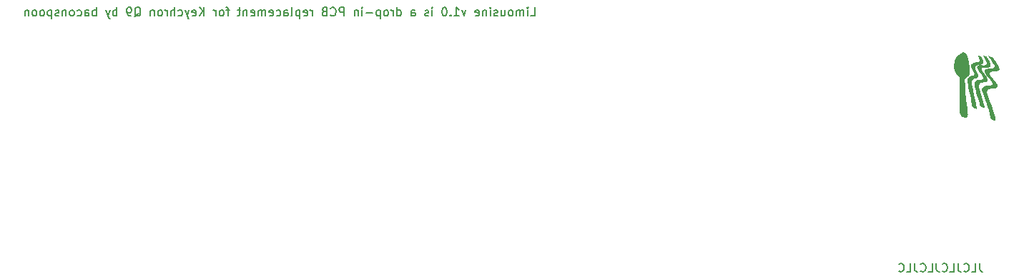
<source format=gbr>
%TF.GenerationSoftware,KiCad,Pcbnew,8.0.5*%
%TF.CreationDate,2024-09-18T09:40:36-04:00*%
%TF.ProjectId,limousine-plate,6c696d6f-7573-4696-9e65-2d706c617465,rev?*%
%TF.SameCoordinates,Original*%
%TF.FileFunction,Legend,Bot*%
%TF.FilePolarity,Positive*%
%FSLAX46Y46*%
G04 Gerber Fmt 4.6, Leading zero omitted, Abs format (unit mm)*
G04 Created by KiCad (PCBNEW 8.0.5) date 2024-09-18 09:40:36*
%MOMM*%
%LPD*%
G01*
G04 APERTURE LIST*
%ADD10C,0.150000*%
%ADD11C,0.009021*%
%ADD12C,0.000000*%
G04 APERTURE END LIST*
D10*
X252385106Y-119420499D02*
X252385106Y-120134784D01*
X252385106Y-120134784D02*
X252432725Y-120277641D01*
X252432725Y-120277641D02*
X252527963Y-120372880D01*
X252527963Y-120372880D02*
X252670820Y-120420499D01*
X252670820Y-120420499D02*
X252766058Y-120420499D01*
X251432725Y-120420499D02*
X251908915Y-120420499D01*
X251908915Y-120420499D02*
X251908915Y-119420499D01*
X250527963Y-120325260D02*
X250575582Y-120372880D01*
X250575582Y-120372880D02*
X250718439Y-120420499D01*
X250718439Y-120420499D02*
X250813677Y-120420499D01*
X250813677Y-120420499D02*
X250956534Y-120372880D01*
X250956534Y-120372880D02*
X251051772Y-120277641D01*
X251051772Y-120277641D02*
X251099391Y-120182403D01*
X251099391Y-120182403D02*
X251147010Y-119991927D01*
X251147010Y-119991927D02*
X251147010Y-119849070D01*
X251147010Y-119849070D02*
X251099391Y-119658594D01*
X251099391Y-119658594D02*
X251051772Y-119563356D01*
X251051772Y-119563356D02*
X250956534Y-119468118D01*
X250956534Y-119468118D02*
X250813677Y-119420499D01*
X250813677Y-119420499D02*
X250718439Y-119420499D01*
X250718439Y-119420499D02*
X250575582Y-119468118D01*
X250575582Y-119468118D02*
X250527963Y-119515737D01*
X249813677Y-119420499D02*
X249813677Y-120134784D01*
X249813677Y-120134784D02*
X249861296Y-120277641D01*
X249861296Y-120277641D02*
X249956534Y-120372880D01*
X249956534Y-120372880D02*
X250099391Y-120420499D01*
X250099391Y-120420499D02*
X250194629Y-120420499D01*
X248861296Y-120420499D02*
X249337486Y-120420499D01*
X249337486Y-120420499D02*
X249337486Y-119420499D01*
X247956534Y-120325260D02*
X248004153Y-120372880D01*
X248004153Y-120372880D02*
X248147010Y-120420499D01*
X248147010Y-120420499D02*
X248242248Y-120420499D01*
X248242248Y-120420499D02*
X248385105Y-120372880D01*
X248385105Y-120372880D02*
X248480343Y-120277641D01*
X248480343Y-120277641D02*
X248527962Y-120182403D01*
X248527962Y-120182403D02*
X248575581Y-119991927D01*
X248575581Y-119991927D02*
X248575581Y-119849070D01*
X248575581Y-119849070D02*
X248527962Y-119658594D01*
X248527962Y-119658594D02*
X248480343Y-119563356D01*
X248480343Y-119563356D02*
X248385105Y-119468118D01*
X248385105Y-119468118D02*
X248242248Y-119420499D01*
X248242248Y-119420499D02*
X248147010Y-119420499D01*
X248147010Y-119420499D02*
X248004153Y-119468118D01*
X248004153Y-119468118D02*
X247956534Y-119515737D01*
X247242248Y-119420499D02*
X247242248Y-120134784D01*
X247242248Y-120134784D02*
X247289867Y-120277641D01*
X247289867Y-120277641D02*
X247385105Y-120372880D01*
X247385105Y-120372880D02*
X247527962Y-120420499D01*
X247527962Y-120420499D02*
X247623200Y-120420499D01*
X246289867Y-120420499D02*
X246766057Y-120420499D01*
X246766057Y-120420499D02*
X246766057Y-119420499D01*
X245385105Y-120325260D02*
X245432724Y-120372880D01*
X245432724Y-120372880D02*
X245575581Y-120420499D01*
X245575581Y-120420499D02*
X245670819Y-120420499D01*
X245670819Y-120420499D02*
X245813676Y-120372880D01*
X245813676Y-120372880D02*
X245908914Y-120277641D01*
X245908914Y-120277641D02*
X245956533Y-120182403D01*
X245956533Y-120182403D02*
X246004152Y-119991927D01*
X246004152Y-119991927D02*
X246004152Y-119849070D01*
X246004152Y-119849070D02*
X245956533Y-119658594D01*
X245956533Y-119658594D02*
X245908914Y-119563356D01*
X245908914Y-119563356D02*
X245813676Y-119468118D01*
X245813676Y-119468118D02*
X245670819Y-119420499D01*
X245670819Y-119420499D02*
X245575581Y-119420499D01*
X245575581Y-119420499D02*
X245432724Y-119468118D01*
X245432724Y-119468118D02*
X245385105Y-119515737D01*
X244670819Y-119420499D02*
X244670819Y-120134784D01*
X244670819Y-120134784D02*
X244718438Y-120277641D01*
X244718438Y-120277641D02*
X244813676Y-120372880D01*
X244813676Y-120372880D02*
X244956533Y-120420499D01*
X244956533Y-120420499D02*
X245051771Y-120420499D01*
X243718438Y-120420499D02*
X244194628Y-120420499D01*
X244194628Y-120420499D02*
X244194628Y-119420499D01*
X242813676Y-120325260D02*
X242861295Y-120372880D01*
X242861295Y-120372880D02*
X243004152Y-120420499D01*
X243004152Y-120420499D02*
X243099390Y-120420499D01*
X243099390Y-120420499D02*
X243242247Y-120372880D01*
X243242247Y-120372880D02*
X243337485Y-120277641D01*
X243337485Y-120277641D02*
X243385104Y-120182403D01*
X243385104Y-120182403D02*
X243432723Y-119991927D01*
X243432723Y-119991927D02*
X243432723Y-119849070D01*
X243432723Y-119849070D02*
X243385104Y-119658594D01*
X243385104Y-119658594D02*
X243337485Y-119563356D01*
X243337485Y-119563356D02*
X243242247Y-119468118D01*
X243242247Y-119468118D02*
X243099390Y-119420499D01*
X243099390Y-119420499D02*
X243004152Y-119420499D01*
X243004152Y-119420499D02*
X242861295Y-119468118D01*
X242861295Y-119468118D02*
X242813676Y-119515737D01*
D11*
X250404429Y-94385175D02*
X250414008Y-94386047D01*
X250424339Y-94387466D01*
X250435487Y-94389405D01*
X250454477Y-94393524D01*
X250473610Y-94398692D01*
X250492789Y-94404851D01*
X250511916Y-94411942D01*
X250530892Y-94419906D01*
X250549619Y-94428685D01*
X250568000Y-94438220D01*
X250585935Y-94448453D01*
X250603328Y-94459325D01*
X250620080Y-94470778D01*
X250636093Y-94482753D01*
X250651269Y-94495190D01*
X250665510Y-94508033D01*
X250678717Y-94521221D01*
X250690793Y-94534698D01*
X250701639Y-94548403D01*
X250719946Y-94576545D01*
X250739675Y-94613075D01*
X250760592Y-94657257D01*
X250782463Y-94708357D01*
X250828134Y-94828368D01*
X250874814Y-94967228D01*
X250920634Y-95119054D01*
X250963720Y-95277965D01*
X251002202Y-95438081D01*
X251034209Y-95593519D01*
X251050096Y-95683770D01*
X251065225Y-95779575D01*
X251079481Y-95880001D01*
X251092752Y-95984115D01*
X251104926Y-96090982D01*
X251115888Y-96199671D01*
X251125527Y-96309245D01*
X251133730Y-96418773D01*
X251141825Y-96542304D01*
X251144959Y-96595033D01*
X251147479Y-96642282D01*
X251149379Y-96684459D01*
X251150656Y-96721973D01*
X251151304Y-96755233D01*
X251151320Y-96784645D01*
X251150698Y-96810619D01*
X251149435Y-96833563D01*
X251147526Y-96853885D01*
X251144967Y-96871994D01*
X251141752Y-96888297D01*
X251137878Y-96903203D01*
X251133340Y-96917121D01*
X251128134Y-96930458D01*
X251116000Y-96957113D01*
X251102037Y-96983754D01*
X251086299Y-97010327D01*
X251068840Y-97036774D01*
X251049715Y-97063041D01*
X251028978Y-97089071D01*
X251006685Y-97114807D01*
X250982889Y-97140195D01*
X250957645Y-97165177D01*
X250931008Y-97189698D01*
X250903033Y-97213701D01*
X250873773Y-97237131D01*
X250843284Y-97259932D01*
X250811621Y-97282047D01*
X250778837Y-97303420D01*
X250744987Y-97323996D01*
X250724303Y-97336276D01*
X250705424Y-97347813D01*
X250688252Y-97358702D01*
X250672685Y-97369035D01*
X250658624Y-97378906D01*
X250645971Y-97388410D01*
X250634625Y-97397638D01*
X250624487Y-97406685D01*
X250615457Y-97415645D01*
X250611327Y-97420121D01*
X250607436Y-97424610D01*
X250603772Y-97429125D01*
X250600324Y-97433675D01*
X250597077Y-97438274D01*
X250594021Y-97442933D01*
X250591142Y-97447664D01*
X250588428Y-97452478D01*
X250583446Y-97462403D01*
X250578974Y-97472801D01*
X250574914Y-97483766D01*
X250566285Y-97510880D01*
X250559737Y-97537818D01*
X250557196Y-97552161D01*
X250555118Y-97567587D01*
X250552277Y-97603191D01*
X250551059Y-97647639D01*
X250551314Y-97703935D01*
X250552888Y-97775085D01*
X250555629Y-97864097D01*
X250566584Y-98091035D01*
X250586004Y-98383639D01*
X250644497Y-99101196D01*
X250719620Y-99887481D01*
X250799885Y-100613206D01*
X250840587Y-100968401D01*
X250874514Y-101299518D01*
X250887597Y-101442057D01*
X250897379Y-101561790D01*
X250903324Y-101653120D01*
X250904896Y-101710451D01*
X250903920Y-101740401D01*
X250902241Y-101768743D01*
X250899832Y-101795556D01*
X250896666Y-101820920D01*
X250892714Y-101844914D01*
X250887949Y-101867617D01*
X250882343Y-101889108D01*
X250875869Y-101909467D01*
X250868498Y-101928772D01*
X250860204Y-101947104D01*
X250850959Y-101964541D01*
X250840734Y-101981163D01*
X250829503Y-101997048D01*
X250817237Y-102012277D01*
X250803910Y-102026928D01*
X250789492Y-102041080D01*
X250785731Y-102044507D01*
X250781757Y-102047989D01*
X250773306Y-102055026D01*
X250764413Y-102061994D01*
X250755351Y-102068698D01*
X250746394Y-102074941D01*
X250737815Y-102080526D01*
X250733752Y-102083011D01*
X250729886Y-102085258D01*
X250726251Y-102087243D01*
X250722881Y-102088941D01*
X250722887Y-102088942D01*
X250713180Y-102093065D01*
X250703126Y-102096232D01*
X250692588Y-102098409D01*
X250681431Y-102099563D01*
X250669517Y-102099660D01*
X250656710Y-102098667D01*
X250642875Y-102096548D01*
X250627875Y-102093272D01*
X250611574Y-102088803D01*
X250593834Y-102083109D01*
X250574521Y-102076155D01*
X250553497Y-102067908D01*
X250530627Y-102058335D01*
X250505774Y-102047400D01*
X250449573Y-102021315D01*
X250416669Y-102005273D01*
X250386260Y-101989620D01*
X250358134Y-101974162D01*
X250332082Y-101958702D01*
X250307891Y-101943047D01*
X250285352Y-101927000D01*
X250264252Y-101910368D01*
X250244381Y-101892953D01*
X250225528Y-101874563D01*
X250207482Y-101855000D01*
X250190032Y-101834071D01*
X250172966Y-101811580D01*
X250156074Y-101787332D01*
X250139145Y-101761133D01*
X250121968Y-101732785D01*
X250104331Y-101702096D01*
X250081522Y-101659498D01*
X250071576Y-101639086D01*
X250062507Y-101618904D01*
X250054243Y-101598681D01*
X250046710Y-101578148D01*
X250039836Y-101557034D01*
X250033549Y-101535068D01*
X250027777Y-101511980D01*
X250022447Y-101487500D01*
X250017487Y-101461355D01*
X250012824Y-101433278D01*
X250004100Y-101370239D01*
X249995698Y-101296219D01*
X249986978Y-101199956D01*
X249980416Y-101097804D01*
X249976017Y-100990152D01*
X249973785Y-100877385D01*
X249973722Y-100759893D01*
X249975834Y-100638063D01*
X249980123Y-100512283D01*
X249986594Y-100382940D01*
X250005041Y-100056214D01*
X250018260Y-99819469D01*
X250021253Y-99761572D01*
X250024374Y-99691451D01*
X250027252Y-99617950D01*
X250029517Y-99549913D01*
X250036348Y-99327863D01*
X250039017Y-99163254D01*
X250037651Y-98895566D01*
X250020230Y-97807386D01*
X250018209Y-97680447D01*
X250016856Y-97564339D01*
X250016288Y-97471906D01*
X250016622Y-97415990D01*
X250017669Y-97371680D01*
X250017844Y-97353648D01*
X250017612Y-97337904D01*
X250017302Y-97330782D01*
X250016841Y-97324101D01*
X250016213Y-97317818D01*
X250015401Y-97311891D01*
X250014389Y-97306276D01*
X250013160Y-97300929D01*
X250011699Y-97295808D01*
X250009987Y-97290868D01*
X250008010Y-97286067D01*
X250005751Y-97281361D01*
X250003193Y-97276708D01*
X250000321Y-97272062D01*
X249997116Y-97267383D01*
X249993564Y-97262625D01*
X249989648Y-97257746D01*
X249985351Y-97252702D01*
X249975549Y-97241947D01*
X249964029Y-97230014D01*
X249935304Y-97201225D01*
X249859290Y-97125124D01*
X249799424Y-97064764D01*
X249752515Y-97016704D01*
X249715370Y-96977508D01*
X249699463Y-96960158D01*
X249684800Y-96943734D01*
X249670982Y-96927807D01*
X249657611Y-96911945D01*
X249630614Y-96878702D01*
X249600617Y-96840565D01*
X249583884Y-96818558D01*
X249567612Y-96796033D01*
X249551827Y-96773038D01*
X249536553Y-96749619D01*
X249521814Y-96725824D01*
X249507634Y-96701700D01*
X249494038Y-96677295D01*
X249481049Y-96652655D01*
X249468692Y-96627828D01*
X249456991Y-96602862D01*
X249445970Y-96577803D01*
X249435654Y-96552698D01*
X249426067Y-96527595D01*
X249417232Y-96502542D01*
X249409175Y-96477585D01*
X249401919Y-96452771D01*
X249397646Y-96434796D01*
X249393370Y-96412014D01*
X249385002Y-96354428D01*
X249377196Y-96284807D01*
X249370332Y-96207948D01*
X249364793Y-96128645D01*
X249360958Y-96051694D01*
X249359208Y-95981889D01*
X249359925Y-95924026D01*
X249362949Y-95863755D01*
X249366980Y-95805096D01*
X249372026Y-95748013D01*
X249378095Y-95692468D01*
X249385195Y-95638425D01*
X249393335Y-95585846D01*
X249402522Y-95534695D01*
X249412764Y-95484935D01*
X249424071Y-95436529D01*
X249436449Y-95389439D01*
X249449907Y-95343629D01*
X249464453Y-95299063D01*
X249480095Y-95255702D01*
X249496841Y-95213510D01*
X249514700Y-95172451D01*
X249533679Y-95132486D01*
X249546035Y-95109388D01*
X249563076Y-95080036D01*
X249583276Y-95046820D01*
X249605107Y-95012131D01*
X249627041Y-94978357D01*
X249647551Y-94947888D01*
X249665108Y-94923114D01*
X249672303Y-94913609D01*
X249678186Y-94906424D01*
X249700620Y-94881306D01*
X249723461Y-94856974D01*
X249746747Y-94833396D01*
X249770519Y-94810544D01*
X249794817Y-94788387D01*
X249819679Y-94766895D01*
X249845145Y-94746039D01*
X249871255Y-94725789D01*
X249898048Y-94706115D01*
X249925565Y-94686987D01*
X249953844Y-94668375D01*
X249982925Y-94650249D01*
X250012848Y-94632580D01*
X250043652Y-94615338D01*
X250075376Y-94598492D01*
X250108061Y-94582014D01*
X250129039Y-94571536D01*
X250148982Y-94561228D01*
X250167890Y-94551090D01*
X250185763Y-94541122D01*
X250202602Y-94531324D01*
X250218406Y-94521697D01*
X250233176Y-94512239D01*
X250246911Y-94502952D01*
X250259611Y-94493834D01*
X250271277Y-94484887D01*
X250281909Y-94476109D01*
X250291506Y-94467501D01*
X250300069Y-94459064D01*
X250307597Y-94450796D01*
X250314091Y-94442698D01*
X250319550Y-94434770D01*
X250325115Y-94426292D01*
X250330608Y-94418681D01*
X250336093Y-94411914D01*
X250341632Y-94405966D01*
X250347290Y-94400811D01*
X250350183Y-94398524D01*
X250353130Y-94396426D01*
X250356138Y-94394514D01*
X250359215Y-94392784D01*
X250362369Y-94391235D01*
X250365609Y-94389863D01*
X250368941Y-94388664D01*
X250372374Y-94387635D01*
X250375917Y-94386774D01*
X250379576Y-94386077D01*
X250383360Y-94385542D01*
X250387277Y-94385165D01*
X250395540Y-94384872D01*
X250404429Y-94385175D01*
G36*
X250404429Y-94385175D02*
G01*
X250414008Y-94386047D01*
X250424339Y-94387466D01*
X250435487Y-94389405D01*
X250454477Y-94393524D01*
X250473610Y-94398692D01*
X250492789Y-94404851D01*
X250511916Y-94411942D01*
X250530892Y-94419906D01*
X250549619Y-94428685D01*
X250568000Y-94438220D01*
X250585935Y-94448453D01*
X250603328Y-94459325D01*
X250620080Y-94470778D01*
X250636093Y-94482753D01*
X250651269Y-94495190D01*
X250665510Y-94508033D01*
X250678717Y-94521221D01*
X250690793Y-94534698D01*
X250701639Y-94548403D01*
X250719946Y-94576545D01*
X250739675Y-94613075D01*
X250760592Y-94657257D01*
X250782463Y-94708357D01*
X250828134Y-94828368D01*
X250874814Y-94967228D01*
X250920634Y-95119054D01*
X250963720Y-95277965D01*
X251002202Y-95438081D01*
X251034209Y-95593519D01*
X251050096Y-95683770D01*
X251065225Y-95779575D01*
X251079481Y-95880001D01*
X251092752Y-95984115D01*
X251104926Y-96090982D01*
X251115888Y-96199671D01*
X251125527Y-96309245D01*
X251133730Y-96418773D01*
X251141825Y-96542304D01*
X251144959Y-96595033D01*
X251147479Y-96642282D01*
X251149379Y-96684459D01*
X251150656Y-96721973D01*
X251151304Y-96755233D01*
X251151320Y-96784645D01*
X251150698Y-96810619D01*
X251149435Y-96833563D01*
X251147526Y-96853885D01*
X251144967Y-96871994D01*
X251141752Y-96888297D01*
X251137878Y-96903203D01*
X251133340Y-96917121D01*
X251128134Y-96930458D01*
X251116000Y-96957113D01*
X251102037Y-96983754D01*
X251086299Y-97010327D01*
X251068840Y-97036774D01*
X251049715Y-97063041D01*
X251028978Y-97089071D01*
X251006685Y-97114807D01*
X250982889Y-97140195D01*
X250957645Y-97165177D01*
X250931008Y-97189698D01*
X250903033Y-97213701D01*
X250873773Y-97237131D01*
X250843284Y-97259932D01*
X250811621Y-97282047D01*
X250778837Y-97303420D01*
X250744987Y-97323996D01*
X250724303Y-97336276D01*
X250705424Y-97347813D01*
X250688252Y-97358702D01*
X250672685Y-97369035D01*
X250658624Y-97378906D01*
X250645971Y-97388410D01*
X250634625Y-97397638D01*
X250624487Y-97406685D01*
X250615457Y-97415645D01*
X250611327Y-97420121D01*
X250607436Y-97424610D01*
X250603772Y-97429125D01*
X250600324Y-97433675D01*
X250597077Y-97438274D01*
X250594021Y-97442933D01*
X250591142Y-97447664D01*
X250588428Y-97452478D01*
X250583446Y-97462403D01*
X250578974Y-97472801D01*
X250574914Y-97483766D01*
X250566285Y-97510880D01*
X250559737Y-97537818D01*
X250557196Y-97552161D01*
X250555118Y-97567587D01*
X250552277Y-97603191D01*
X250551059Y-97647639D01*
X250551314Y-97703935D01*
X250552888Y-97775085D01*
X250555629Y-97864097D01*
X250566584Y-98091035D01*
X250586004Y-98383639D01*
X250644497Y-99101196D01*
X250719620Y-99887481D01*
X250799885Y-100613206D01*
X250840587Y-100968401D01*
X250874514Y-101299518D01*
X250887597Y-101442057D01*
X250897379Y-101561790D01*
X250903324Y-101653120D01*
X250904896Y-101710451D01*
X250903920Y-101740401D01*
X250902241Y-101768743D01*
X250899832Y-101795556D01*
X250896666Y-101820920D01*
X250892714Y-101844914D01*
X250887949Y-101867617D01*
X250882343Y-101889108D01*
X250875869Y-101909467D01*
X250868498Y-101928772D01*
X250860204Y-101947104D01*
X250850959Y-101964541D01*
X250840734Y-101981163D01*
X250829503Y-101997048D01*
X250817237Y-102012277D01*
X250803910Y-102026928D01*
X250789492Y-102041080D01*
X250785731Y-102044507D01*
X250781757Y-102047989D01*
X250773306Y-102055026D01*
X250764413Y-102061994D01*
X250755351Y-102068698D01*
X250746394Y-102074941D01*
X250737815Y-102080526D01*
X250733752Y-102083011D01*
X250729886Y-102085258D01*
X250726251Y-102087243D01*
X250722881Y-102088941D01*
X250722887Y-102088942D01*
X250713180Y-102093065D01*
X250703126Y-102096232D01*
X250692588Y-102098409D01*
X250681431Y-102099563D01*
X250669517Y-102099660D01*
X250656710Y-102098667D01*
X250642875Y-102096548D01*
X250627875Y-102093272D01*
X250611574Y-102088803D01*
X250593834Y-102083109D01*
X250574521Y-102076155D01*
X250553497Y-102067908D01*
X250530627Y-102058335D01*
X250505774Y-102047400D01*
X250449573Y-102021315D01*
X250416669Y-102005273D01*
X250386260Y-101989620D01*
X250358134Y-101974162D01*
X250332082Y-101958702D01*
X250307891Y-101943047D01*
X250285352Y-101927000D01*
X250264252Y-101910368D01*
X250244381Y-101892953D01*
X250225528Y-101874563D01*
X250207482Y-101855000D01*
X250190032Y-101834071D01*
X250172966Y-101811580D01*
X250156074Y-101787332D01*
X250139145Y-101761133D01*
X250121968Y-101732785D01*
X250104331Y-101702096D01*
X250081522Y-101659498D01*
X250071576Y-101639086D01*
X250062507Y-101618904D01*
X250054243Y-101598681D01*
X250046710Y-101578148D01*
X250039836Y-101557034D01*
X250033549Y-101535068D01*
X250027777Y-101511980D01*
X250022447Y-101487500D01*
X250017487Y-101461355D01*
X250012824Y-101433278D01*
X250004100Y-101370239D01*
X249995698Y-101296219D01*
X249986978Y-101199956D01*
X249980416Y-101097804D01*
X249976017Y-100990152D01*
X249973785Y-100877385D01*
X249973722Y-100759893D01*
X249975834Y-100638063D01*
X249980123Y-100512283D01*
X249986594Y-100382940D01*
X250005041Y-100056214D01*
X250018260Y-99819469D01*
X250021253Y-99761572D01*
X250024374Y-99691451D01*
X250027252Y-99617950D01*
X250029517Y-99549913D01*
X250036348Y-99327863D01*
X250039017Y-99163254D01*
X250037651Y-98895566D01*
X250020230Y-97807386D01*
X250018209Y-97680447D01*
X250016856Y-97564339D01*
X250016288Y-97471906D01*
X250016622Y-97415990D01*
X250017669Y-97371680D01*
X250017844Y-97353648D01*
X250017612Y-97337904D01*
X250017302Y-97330782D01*
X250016841Y-97324101D01*
X250016213Y-97317818D01*
X250015401Y-97311891D01*
X250014389Y-97306276D01*
X250013160Y-97300929D01*
X250011699Y-97295808D01*
X250009987Y-97290868D01*
X250008010Y-97286067D01*
X250005751Y-97281361D01*
X250003193Y-97276708D01*
X250000321Y-97272062D01*
X249997116Y-97267383D01*
X249993564Y-97262625D01*
X249989648Y-97257746D01*
X249985351Y-97252702D01*
X249975549Y-97241947D01*
X249964029Y-97230014D01*
X249935304Y-97201225D01*
X249859290Y-97125124D01*
X249799424Y-97064764D01*
X249752515Y-97016704D01*
X249715370Y-96977508D01*
X249699463Y-96960158D01*
X249684800Y-96943734D01*
X249670982Y-96927807D01*
X249657611Y-96911945D01*
X249630614Y-96878702D01*
X249600617Y-96840565D01*
X249583884Y-96818558D01*
X249567612Y-96796033D01*
X249551827Y-96773038D01*
X249536553Y-96749619D01*
X249521814Y-96725824D01*
X249507634Y-96701700D01*
X249494038Y-96677295D01*
X249481049Y-96652655D01*
X249468692Y-96627828D01*
X249456991Y-96602862D01*
X249445970Y-96577803D01*
X249435654Y-96552698D01*
X249426067Y-96527595D01*
X249417232Y-96502542D01*
X249409175Y-96477585D01*
X249401919Y-96452771D01*
X249397646Y-96434796D01*
X249393370Y-96412014D01*
X249385002Y-96354428D01*
X249377196Y-96284807D01*
X249370332Y-96207948D01*
X249364793Y-96128645D01*
X249360958Y-96051694D01*
X249359208Y-95981889D01*
X249359925Y-95924026D01*
X249362949Y-95863755D01*
X249366980Y-95805096D01*
X249372026Y-95748013D01*
X249378095Y-95692468D01*
X249385195Y-95638425D01*
X249393335Y-95585846D01*
X249402522Y-95534695D01*
X249412764Y-95484935D01*
X249424071Y-95436529D01*
X249436449Y-95389439D01*
X249449907Y-95343629D01*
X249464453Y-95299063D01*
X249480095Y-95255702D01*
X249496841Y-95213510D01*
X249514700Y-95172451D01*
X249533679Y-95132486D01*
X249546035Y-95109388D01*
X249563076Y-95080036D01*
X249583276Y-95046820D01*
X249605107Y-95012131D01*
X249627041Y-94978357D01*
X249647551Y-94947888D01*
X249665108Y-94923114D01*
X249672303Y-94913609D01*
X249678186Y-94906424D01*
X249700620Y-94881306D01*
X249723461Y-94856974D01*
X249746747Y-94833396D01*
X249770519Y-94810544D01*
X249794817Y-94788387D01*
X249819679Y-94766895D01*
X249845145Y-94746039D01*
X249871255Y-94725789D01*
X249898048Y-94706115D01*
X249925565Y-94686987D01*
X249953844Y-94668375D01*
X249982925Y-94650249D01*
X250012848Y-94632580D01*
X250043652Y-94615338D01*
X250075376Y-94598492D01*
X250108061Y-94582014D01*
X250129039Y-94571536D01*
X250148982Y-94561228D01*
X250167890Y-94551090D01*
X250185763Y-94541122D01*
X250202602Y-94531324D01*
X250218406Y-94521697D01*
X250233176Y-94512239D01*
X250246911Y-94502952D01*
X250259611Y-94493834D01*
X250271277Y-94484887D01*
X250281909Y-94476109D01*
X250291506Y-94467501D01*
X250300069Y-94459064D01*
X250307597Y-94450796D01*
X250314091Y-94442698D01*
X250319550Y-94434770D01*
X250325115Y-94426292D01*
X250330608Y-94418681D01*
X250336093Y-94411914D01*
X250341632Y-94405966D01*
X250347290Y-94400811D01*
X250350183Y-94398524D01*
X250353130Y-94396426D01*
X250356138Y-94394514D01*
X250359215Y-94392784D01*
X250362369Y-94391235D01*
X250365609Y-94389863D01*
X250368941Y-94388664D01*
X250372374Y-94387635D01*
X250375917Y-94386774D01*
X250379576Y-94386077D01*
X250383360Y-94385542D01*
X250387277Y-94385165D01*
X250395540Y-94384872D01*
X250404429Y-94385175D01*
G37*
D12*
G36*
X252249978Y-94761214D02*
G01*
X252263593Y-94763669D01*
X252278498Y-94767634D01*
X252311601Y-94779457D01*
X252348136Y-94795417D01*
X252386953Y-94814246D01*
X252426902Y-94834677D01*
X252505596Y-94875278D01*
X252542042Y-94892913D01*
X252575019Y-94907082D01*
X252589848Y-94912471D01*
X252603378Y-94916518D01*
X252615467Y-94919065D01*
X252625969Y-94919954D01*
X252625970Y-94919954D01*
X252630822Y-94946052D01*
X252637286Y-94972767D01*
X252654304Y-95027829D01*
X252675544Y-95084699D01*
X252699525Y-95142937D01*
X252749788Y-95261754D01*
X252773108Y-95321452D01*
X252793246Y-95380758D01*
X252808721Y-95439230D01*
X252814247Y-95468015D01*
X252818053Y-95496427D01*
X252819952Y-95524411D01*
X252819760Y-95551911D01*
X252817291Y-95578872D01*
X252812362Y-95605240D01*
X252804785Y-95630959D01*
X252794378Y-95655974D01*
X252780953Y-95680231D01*
X252764327Y-95703674D01*
X252744314Y-95726247D01*
X252720728Y-95747898D01*
X252693386Y-95768569D01*
X252662102Y-95788206D01*
X252361270Y-95852433D01*
X252280320Y-95871659D01*
X252200816Y-95893393D01*
X252124628Y-95918257D01*
X252053630Y-95946870D01*
X251989691Y-95979854D01*
X251960953Y-95998178D01*
X251934683Y-96017828D01*
X251911113Y-96038881D01*
X251890478Y-96061414D01*
X251873011Y-96085504D01*
X251858947Y-96111231D01*
X251848519Y-96138670D01*
X251841961Y-96167900D01*
X251839507Y-96198998D01*
X251841392Y-96232042D01*
X251847848Y-96267110D01*
X251859111Y-96304278D01*
X251875413Y-96343624D01*
X251896989Y-96385227D01*
X251921871Y-96440833D01*
X251949846Y-96496269D01*
X251980137Y-96551615D01*
X252011967Y-96606951D01*
X252077136Y-96717912D01*
X252108922Y-96773697D01*
X252139138Y-96829792D01*
X252167009Y-96886275D01*
X252191756Y-96943228D01*
X252212604Y-97000730D01*
X252221323Y-97029712D01*
X252228775Y-97058861D01*
X252234864Y-97088187D01*
X252239492Y-97117701D01*
X252242563Y-97147411D01*
X252243979Y-97177329D01*
X252243642Y-97207464D01*
X252241457Y-97237826D01*
X252237326Y-97268425D01*
X252231151Y-97299271D01*
X252213366Y-97321979D01*
X252193470Y-97342664D01*
X252171638Y-97361493D01*
X252148046Y-97378631D01*
X252122870Y-97394246D01*
X252096284Y-97408504D01*
X252039586Y-97433612D01*
X251979357Y-97455286D01*
X251917000Y-97474856D01*
X251791520Y-97513008D01*
X251731204Y-97534249D01*
X251674376Y-97558708D01*
X251647708Y-97572560D01*
X251622439Y-97587716D01*
X251598744Y-97604341D01*
X251576798Y-97622602D01*
X251556777Y-97642665D01*
X251538856Y-97664697D01*
X251523211Y-97688864D01*
X251510017Y-97715332D01*
X251499450Y-97744267D01*
X251491685Y-97775836D01*
X251486898Y-97810205D01*
X251485263Y-97847540D01*
X251476655Y-97923518D01*
X251472527Y-97999406D01*
X251472450Y-98075205D01*
X251475994Y-98150917D01*
X251482727Y-98226546D01*
X251492221Y-98302093D01*
X251504045Y-98377561D01*
X251517768Y-98452952D01*
X251549192Y-98603513D01*
X251583051Y-98753793D01*
X251615903Y-98903813D01*
X251644306Y-99053589D01*
X251873391Y-100075824D01*
X251925487Y-100332165D01*
X251972485Y-100589177D01*
X252012871Y-100847038D01*
X252045132Y-101105927D01*
X251981785Y-101089538D01*
X251920038Y-101071322D01*
X251860311Y-101051113D01*
X251803024Y-101028743D01*
X251748598Y-101004048D01*
X251697451Y-100976860D01*
X251650004Y-100947014D01*
X251606676Y-100914344D01*
X251586689Y-100896898D01*
X251567888Y-100878683D01*
X251550328Y-100859679D01*
X251534059Y-100839866D01*
X251519136Y-100819221D01*
X251505609Y-100797725D01*
X251493533Y-100775357D01*
X251482958Y-100752096D01*
X251473939Y-100727921D01*
X251466526Y-100702812D01*
X251460773Y-100676747D01*
X251456733Y-100649706D01*
X251454457Y-100621669D01*
X251453998Y-100592614D01*
X251455408Y-100562520D01*
X251458741Y-100531367D01*
X251400074Y-100203753D01*
X251334833Y-99877019D01*
X251194790Y-99224874D01*
X251125071Y-98898801D01*
X251058942Y-98572287D01*
X250998945Y-98245001D01*
X250947620Y-97916612D01*
X250939862Y-97878624D01*
X250934462Y-97841081D01*
X250931371Y-97804030D01*
X250930541Y-97767515D01*
X250931924Y-97731580D01*
X250935472Y-97696271D01*
X250941137Y-97661632D01*
X250948870Y-97627708D01*
X250958624Y-97594544D01*
X250970350Y-97562185D01*
X250984000Y-97530675D01*
X250999527Y-97500060D01*
X251016881Y-97470383D01*
X251036015Y-97441691D01*
X251056881Y-97414027D01*
X251079430Y-97387436D01*
X251103615Y-97361964D01*
X251129386Y-97337655D01*
X251156697Y-97314554D01*
X251185499Y-97292705D01*
X251215743Y-97272154D01*
X251247383Y-97252945D01*
X251280368Y-97235124D01*
X251314652Y-97218734D01*
X251350186Y-97203821D01*
X251386923Y-97190429D01*
X251424813Y-97178603D01*
X251463809Y-97168389D01*
X251503863Y-97159830D01*
X251544926Y-97152972D01*
X251586951Y-97147860D01*
X251629888Y-97144538D01*
X251660243Y-97121722D01*
X251686011Y-97098199D01*
X251707418Y-97074011D01*
X251724686Y-97049195D01*
X251738042Y-97023791D01*
X251747707Y-96997841D01*
X251753906Y-96971382D01*
X251756864Y-96944454D01*
X251756804Y-96917098D01*
X251753950Y-96889353D01*
X251748526Y-96861258D01*
X251740756Y-96832853D01*
X251730864Y-96804177D01*
X251719074Y-96775271D01*
X251705610Y-96746174D01*
X251690696Y-96716926D01*
X251657414Y-96658133D01*
X251621019Y-96599210D01*
X251546059Y-96482241D01*
X251511077Y-96424829D01*
X251480150Y-96368555D01*
X251466767Y-96340944D01*
X251455070Y-96313736D01*
X251445282Y-96286971D01*
X251437628Y-96260689D01*
X251412735Y-96224143D01*
X251392119Y-96188045D01*
X251375636Y-96152446D01*
X251363145Y-96117400D01*
X251354505Y-96082960D01*
X251349573Y-96049179D01*
X251348209Y-96016111D01*
X251350268Y-95983808D01*
X251355612Y-95952324D01*
X251364096Y-95921711D01*
X251375580Y-95892024D01*
X251389921Y-95863314D01*
X251406979Y-95835636D01*
X251426610Y-95809042D01*
X251448673Y-95783586D01*
X251473027Y-95759320D01*
X251499530Y-95736297D01*
X251528039Y-95714572D01*
X251558414Y-95694197D01*
X251590511Y-95675225D01*
X251624190Y-95657709D01*
X251659309Y-95641702D01*
X251695725Y-95627259D01*
X251733297Y-95614431D01*
X251771883Y-95603271D01*
X251811341Y-95593834D01*
X251851530Y-95586172D01*
X251892308Y-95580338D01*
X251933532Y-95576385D01*
X251975062Y-95574367D01*
X252016755Y-95574337D01*
X252058469Y-95576347D01*
X252102831Y-95574106D01*
X252142979Y-95569282D01*
X252179080Y-95562003D01*
X252211301Y-95552396D01*
X252239808Y-95540588D01*
X252264769Y-95526706D01*
X252286351Y-95510878D01*
X252304721Y-95493230D01*
X252320046Y-95473890D01*
X252332494Y-95452984D01*
X252342230Y-95430641D01*
X252349423Y-95406988D01*
X252354239Y-95382150D01*
X252356845Y-95356256D01*
X252357409Y-95329434D01*
X252356097Y-95301809D01*
X252353077Y-95273509D01*
X252348515Y-95244661D01*
X252342579Y-95215394D01*
X252335436Y-95185832D01*
X252318196Y-95126339D01*
X252298131Y-95067198D01*
X252216358Y-94854512D01*
X252209174Y-94833164D01*
X252204717Y-94814909D01*
X252202844Y-94799588D01*
X252203409Y-94787044D01*
X252206270Y-94777118D01*
X252211283Y-94769652D01*
X252218304Y-94764486D01*
X252227189Y-94761464D01*
X252237795Y-94760426D01*
X252249978Y-94761214D01*
G37*
G36*
X252859196Y-94768612D02*
G01*
X252886934Y-94776788D01*
X252914405Y-94785672D01*
X252941645Y-94795171D01*
X252995573Y-94815631D01*
X253049002Y-94837412D01*
X253155504Y-94881907D01*
X253209147Y-94903107D01*
X253263430Y-94922600D01*
X253263430Y-94922598D01*
X253567131Y-95471109D01*
X253599909Y-95542044D01*
X253628769Y-95613445D01*
X253652879Y-95685296D01*
X253662895Y-95721383D01*
X253671411Y-95757576D01*
X253678326Y-95793873D01*
X253683534Y-95830270D01*
X253686933Y-95866765D01*
X253688418Y-95903358D01*
X253687886Y-95940044D01*
X253685233Y-95976822D01*
X253680355Y-96013690D01*
X253673149Y-96050645D01*
X253651738Y-96073959D01*
X253629214Y-96094964D01*
X253605632Y-96113771D01*
X253581050Y-96130494D01*
X253555523Y-96145244D01*
X253529108Y-96158135D01*
X253501862Y-96169278D01*
X253473841Y-96178786D01*
X253445102Y-96186772D01*
X253415700Y-96193347D01*
X253355136Y-96202717D01*
X253292602Y-96207796D01*
X253228548Y-96209483D01*
X253163426Y-96208678D01*
X253097689Y-96206280D01*
X252966173Y-96200303D01*
X252901297Y-96198523D01*
X252837612Y-96198748D01*
X252775569Y-96201878D01*
X252715620Y-96208811D01*
X252690751Y-96235580D01*
X252670509Y-96262508D01*
X252654658Y-96289582D01*
X252642966Y-96316794D01*
X252635199Y-96344133D01*
X252631124Y-96371589D01*
X252630506Y-96399150D01*
X252633112Y-96426808D01*
X252638708Y-96454550D01*
X252647061Y-96482368D01*
X252657937Y-96510251D01*
X252671102Y-96538187D01*
X252686323Y-96566168D01*
X252703366Y-96594182D01*
X252741984Y-96650268D01*
X252785086Y-96706365D01*
X252830803Y-96762388D01*
X252922606Y-96873881D01*
X252964954Y-96929185D01*
X253002440Y-96984084D01*
X253018776Y-97011355D01*
X253033195Y-97038494D01*
X253045464Y-97065490D01*
X253055350Y-97092333D01*
X253191358Y-97311179D01*
X253227564Y-97373088D01*
X253261204Y-97436047D01*
X253290556Y-97499141D01*
X253303086Y-97530453D01*
X253313896Y-97561455D01*
X253322773Y-97592035D01*
X253329501Y-97622076D01*
X253333864Y-97651465D01*
X253335646Y-97680087D01*
X253334633Y-97707829D01*
X253330609Y-97734576D01*
X253323359Y-97760213D01*
X253312667Y-97784626D01*
X253298318Y-97807701D01*
X253280095Y-97829324D01*
X253257785Y-97849380D01*
X253231171Y-97867754D01*
X253200038Y-97884334D01*
X253164171Y-97899003D01*
X253123354Y-97911649D01*
X253077372Y-97922156D01*
X253001854Y-97921750D01*
X252925312Y-97925354D01*
X252848771Y-97933130D01*
X252773261Y-97945243D01*
X252699807Y-97961854D01*
X252629439Y-97983128D01*
X252563182Y-98009227D01*
X252531917Y-98024138D01*
X252502065Y-98040316D01*
X252473755Y-98057782D01*
X252447115Y-98076556D01*
X252422273Y-98096660D01*
X252399359Y-98118112D01*
X252378500Y-98140935D01*
X252359825Y-98165147D01*
X252343462Y-98190770D01*
X252329540Y-98217823D01*
X252318187Y-98246328D01*
X252309532Y-98276305D01*
X252303702Y-98307774D01*
X252300828Y-98340755D01*
X252301036Y-98375270D01*
X252304455Y-98411337D01*
X252311214Y-98448979D01*
X252321441Y-98488214D01*
X252383311Y-98785163D01*
X252451638Y-99081233D01*
X252526030Y-99376343D01*
X252606093Y-99670414D01*
X252691434Y-99963363D01*
X252781659Y-100255109D01*
X252876376Y-100545573D01*
X252975192Y-100834672D01*
X252973145Y-100863616D01*
X252967976Y-100888703D01*
X252959896Y-100910086D01*
X252949116Y-100927915D01*
X252935847Y-100942344D01*
X252920300Y-100953524D01*
X252902686Y-100961607D01*
X252883215Y-100966744D01*
X252862099Y-100969087D01*
X252839549Y-100968789D01*
X252815776Y-100966000D01*
X252790989Y-100960874D01*
X252765402Y-100953560D01*
X252739224Y-100944213D01*
X252712666Y-100932982D01*
X252685939Y-100920021D01*
X252659254Y-100905480D01*
X252632823Y-100889512D01*
X252606856Y-100872268D01*
X252581564Y-100853901D01*
X252557157Y-100834561D01*
X252533848Y-100814402D01*
X252511846Y-100793574D01*
X252491364Y-100772230D01*
X252472611Y-100750521D01*
X252455798Y-100728599D01*
X252441137Y-100706616D01*
X252428839Y-100684724D01*
X252419114Y-100663075D01*
X252412174Y-100641819D01*
X252408229Y-100621110D01*
X252407490Y-100601099D01*
X252346346Y-100366817D01*
X252279524Y-100133453D01*
X252137610Y-99667931D01*
X252066896Y-99434997D01*
X251999265Y-99201433D01*
X251936905Y-98966849D01*
X251882008Y-98730858D01*
X251872732Y-98672837D01*
X251860969Y-98613882D01*
X251833321Y-98493912D01*
X251805744Y-98372435D01*
X251794069Y-98311595D01*
X251784917Y-98250935D01*
X251779121Y-98190641D01*
X251777519Y-98130899D01*
X251778550Y-98101292D01*
X251780943Y-98071893D01*
X251784801Y-98042725D01*
X251790229Y-98013811D01*
X251797332Y-97985174D01*
X251806212Y-97956837D01*
X251816976Y-97928824D01*
X251829728Y-97901157D01*
X251844570Y-97873861D01*
X251861609Y-97846957D01*
X251880949Y-97820470D01*
X251902693Y-97794423D01*
X251925124Y-97772556D01*
X251949540Y-97753395D01*
X251975786Y-97736740D01*
X252003707Y-97722388D01*
X252033145Y-97710139D01*
X252063945Y-97699792D01*
X252095952Y-97691145D01*
X252129010Y-97683997D01*
X252197655Y-97673394D01*
X252268634Y-97666372D01*
X252412608Y-97656637D01*
X252483110Y-97650704D01*
X252550962Y-97641915D01*
X252614916Y-97628659D01*
X252645042Y-97619854D01*
X252673727Y-97609328D01*
X252700814Y-97596882D01*
X252726148Y-97582312D01*
X252749573Y-97565419D01*
X252770933Y-97546001D01*
X252790072Y-97523857D01*
X252806835Y-97498786D01*
X252821066Y-97470586D01*
X252832609Y-97439057D01*
X252802718Y-97365638D01*
X252769410Y-97293535D01*
X252733082Y-97222591D01*
X252694132Y-97152650D01*
X252652960Y-97083558D01*
X252609963Y-97015160D01*
X252520089Y-96879819D01*
X252335971Y-96610615D01*
X252248099Y-96474265D01*
X252206605Y-96405109D01*
X252167268Y-96335091D01*
X252143858Y-96305887D01*
X252124595Y-96277381D01*
X252109319Y-96249607D01*
X252097870Y-96222599D01*
X252090089Y-96196389D01*
X252085816Y-96171013D01*
X252084891Y-96146503D01*
X252087155Y-96122892D01*
X252092448Y-96100216D01*
X252100610Y-96078507D01*
X252111482Y-96057799D01*
X252124903Y-96038125D01*
X252140715Y-96019520D01*
X252158757Y-96002017D01*
X252178870Y-95985649D01*
X252200894Y-95970450D01*
X252224669Y-95956454D01*
X252250036Y-95943695D01*
X252276834Y-95932206D01*
X252304905Y-95922021D01*
X252334088Y-95913173D01*
X252364225Y-95905696D01*
X252395154Y-95899624D01*
X252426717Y-95894990D01*
X252458753Y-95891828D01*
X252491104Y-95890172D01*
X252523608Y-95890056D01*
X252556108Y-95891512D01*
X252588442Y-95894574D01*
X252620452Y-95899277D01*
X252651977Y-95905654D01*
X252682857Y-95913739D01*
X252713470Y-95920492D01*
X252744095Y-95925736D01*
X252774634Y-95929493D01*
X252804985Y-95931788D01*
X252835050Y-95932641D01*
X252864728Y-95932077D01*
X252893921Y-95930118D01*
X252922527Y-95926787D01*
X252950448Y-95922107D01*
X252977582Y-95916100D01*
X253003832Y-95908791D01*
X253029096Y-95900201D01*
X253053276Y-95890353D01*
X253076270Y-95879271D01*
X253097980Y-95866977D01*
X253118306Y-95853495D01*
X253137147Y-95838846D01*
X253154405Y-95823054D01*
X253169979Y-95806142D01*
X253183769Y-95788133D01*
X253195676Y-95769050D01*
X253205599Y-95748915D01*
X253213440Y-95727751D01*
X253219098Y-95705582D01*
X253222474Y-95682430D01*
X253223467Y-95658318D01*
X253221978Y-95633269D01*
X253217907Y-95607305D01*
X253211155Y-95580451D01*
X253201621Y-95552728D01*
X253189205Y-95524160D01*
X253173809Y-95494769D01*
X253159508Y-95447730D01*
X253141637Y-95400303D01*
X253120757Y-95352605D01*
X253097430Y-95304752D01*
X253072218Y-95256864D01*
X253045683Y-95209055D01*
X252990891Y-95114151D01*
X252937547Y-95020978D01*
X252912823Y-94975335D01*
X252890147Y-94930476D01*
X252870080Y-94886520D01*
X252853184Y-94843584D01*
X252840022Y-94801784D01*
X252835016Y-94781348D01*
X252831155Y-94761240D01*
X252859196Y-94768612D01*
G37*
G36*
X253986564Y-95037529D02*
G01*
X253986560Y-95037528D01*
X254039966Y-95122537D01*
X254095863Y-95206851D01*
X254212385Y-95374264D01*
X254330628Y-95541510D01*
X254445097Y-95710333D01*
X254499199Y-95795882D01*
X254550296Y-95882480D01*
X254597701Y-95970344D01*
X254640727Y-96059693D01*
X254678688Y-96150746D01*
X254710896Y-96243719D01*
X254724628Y-96290995D01*
X254736664Y-96338832D01*
X254746918Y-96387259D01*
X254755305Y-96436302D01*
X254732957Y-96465958D01*
X254708982Y-96492631D01*
X254683467Y-96516489D01*
X254656498Y-96537698D01*
X254628162Y-96556423D01*
X254598547Y-96572833D01*
X254567739Y-96587093D01*
X254535825Y-96599369D01*
X254502892Y-96609829D01*
X254469028Y-96618638D01*
X254398849Y-96631973D01*
X254325986Y-96640704D01*
X254251133Y-96646164D01*
X254098237Y-96652598D01*
X254021585Y-96656236D01*
X253945724Y-96661931D01*
X253871350Y-96671014D01*
X253799157Y-96684818D01*
X253764096Y-96693907D01*
X253729841Y-96704675D01*
X253696479Y-96717289D01*
X253664097Y-96731915D01*
X253638534Y-96757612D01*
X253617254Y-96783589D01*
X253600061Y-96809822D01*
X253586759Y-96836285D01*
X253577151Y-96862956D01*
X253571042Y-96889808D01*
X253568234Y-96916819D01*
X253568531Y-96943963D01*
X253571738Y-96971216D01*
X253577657Y-96998554D01*
X253586092Y-97025952D01*
X253596848Y-97053386D01*
X253609727Y-97080831D01*
X253624534Y-97108263D01*
X253641071Y-97135657D01*
X253659144Y-97162989D01*
X253996801Y-97571951D01*
X254081097Y-97669761D01*
X254168805Y-97768845D01*
X254212502Y-97819121D01*
X254255330Y-97870022D01*
X254296714Y-97921653D01*
X254336079Y-97974114D01*
X254372852Y-98027509D01*
X254406457Y-98081940D01*
X254436322Y-98137509D01*
X254449671Y-98165753D01*
X254461871Y-98194320D01*
X254472847Y-98223223D01*
X254482530Y-98252475D01*
X254490846Y-98282088D01*
X254497725Y-98312075D01*
X254503094Y-98342450D01*
X254506882Y-98373225D01*
X254509016Y-98404412D01*
X254509426Y-98436026D01*
X254492534Y-98470316D01*
X254473331Y-98501267D01*
X254451936Y-98529061D01*
X254428473Y-98553880D01*
X254403062Y-98575906D01*
X254375826Y-98595323D01*
X254346885Y-98612314D01*
X254316361Y-98627060D01*
X254284376Y-98639745D01*
X254251052Y-98650551D01*
X254216509Y-98659661D01*
X254180870Y-98667257D01*
X254106789Y-98678639D01*
X254029780Y-98686159D01*
X253870869Y-98695456D01*
X253790913Y-98700156D01*
X253711918Y-98706837D01*
X253634859Y-98716962D01*
X253597358Y-98723773D01*
X253560706Y-98731992D01*
X253525024Y-98741803D01*
X253490433Y-98753387D01*
X253457055Y-98766929D01*
X253425012Y-98782609D01*
X253394207Y-98803902D01*
X253366854Y-98826168D01*
X253342810Y-98849355D01*
X253321930Y-98873409D01*
X253304071Y-98898276D01*
X253289089Y-98923904D01*
X253276840Y-98950237D01*
X253267180Y-98977224D01*
X253259966Y-99004809D01*
X253255053Y-99032940D01*
X253252298Y-99061563D01*
X253251557Y-99090625D01*
X253252687Y-99120071D01*
X253255542Y-99149848D01*
X253259980Y-99179904D01*
X253265856Y-99210183D01*
X253281349Y-99271199D01*
X253300869Y-99332468D01*
X253323268Y-99393561D01*
X253347393Y-99454051D01*
X253396219Y-99571503D01*
X253418620Y-99627607D01*
X253438144Y-99681394D01*
X253691620Y-100370963D01*
X253811645Y-100717820D01*
X253925087Y-101066274D01*
X254030363Y-101416485D01*
X254125894Y-101768613D01*
X254210099Y-102122820D01*
X254281396Y-102479267D01*
X254238413Y-102479898D01*
X254189803Y-102475900D01*
X254136824Y-102467349D01*
X254080735Y-102454323D01*
X254022795Y-102436897D01*
X253964264Y-102415148D01*
X253906400Y-102389152D01*
X253850462Y-102358985D01*
X253797710Y-102324724D01*
X253772922Y-102306083D01*
X253749403Y-102286446D01*
X253727309Y-102265824D01*
X253706799Y-102244226D01*
X253688029Y-102221662D01*
X253671157Y-102198141D01*
X253656341Y-102173673D01*
X253643738Y-102148268D01*
X253633504Y-102121934D01*
X253625799Y-102094682D01*
X253620778Y-102066521D01*
X253618599Y-102037460D01*
X253619421Y-102007510D01*
X253623399Y-101976679D01*
X253585549Y-101788938D01*
X253543556Y-101601988D01*
X253448338Y-101230276D01*
X253340145Y-100861159D01*
X253221376Y-100494254D01*
X253094428Y-100129178D01*
X252961702Y-99765547D01*
X252688508Y-99041088D01*
X252671214Y-99007047D01*
X252657316Y-98973199D01*
X252646710Y-98939606D01*
X252639291Y-98906330D01*
X252634957Y-98873435D01*
X252633601Y-98840981D01*
X252635121Y-98809032D01*
X252639411Y-98777648D01*
X252646368Y-98746894D01*
X252655887Y-98716830D01*
X252667864Y-98687520D01*
X252682195Y-98659025D01*
X252698775Y-98631407D01*
X252717500Y-98604729D01*
X252738267Y-98579053D01*
X252760969Y-98554441D01*
X252785504Y-98530955D01*
X252811767Y-98508659D01*
X252839654Y-98487612D01*
X252869061Y-98467879D01*
X252899882Y-98449522D01*
X252932015Y-98432601D01*
X252965354Y-98417181D01*
X252999796Y-98403322D01*
X253035236Y-98391087D01*
X253071570Y-98380539D01*
X253108694Y-98371740D01*
X253146503Y-98364751D01*
X253184893Y-98359635D01*
X253223760Y-98356454D01*
X253263000Y-98355271D01*
X253302507Y-98356148D01*
X253361892Y-98358850D01*
X253423768Y-98358250D01*
X253486874Y-98354212D01*
X253549950Y-98346599D01*
X253611737Y-98335276D01*
X253670976Y-98320108D01*
X253726406Y-98300957D01*
X253776767Y-98277689D01*
X253799654Y-98264468D01*
X253820801Y-98250167D01*
X253840051Y-98234768D01*
X253857246Y-98218256D01*
X253872229Y-98200611D01*
X253884843Y-98181819D01*
X253894931Y-98161861D01*
X253902333Y-98140721D01*
X253906894Y-98118382D01*
X253908456Y-98094826D01*
X253906861Y-98070037D01*
X253901951Y-98043998D01*
X253893570Y-98016692D01*
X253881560Y-97988101D01*
X253865762Y-97958210D01*
X253846021Y-97927000D01*
X253793904Y-97846930D01*
X253738207Y-97768650D01*
X253679567Y-97691846D01*
X253618623Y-97616203D01*
X253492372Y-97467142D01*
X253364559Y-97318950D01*
X253301661Y-97244393D01*
X253240286Y-97169110D01*
X253181072Y-97092786D01*
X253124657Y-97015107D01*
X253071679Y-96935757D01*
X253022775Y-96854424D01*
X252978585Y-96770791D01*
X252958456Y-96728014D01*
X252939744Y-96684544D01*
X252937590Y-96654098D01*
X252938519Y-96625322D01*
X252942386Y-96598169D01*
X252949051Y-96572594D01*
X252958369Y-96548551D01*
X252970197Y-96525997D01*
X252984394Y-96504885D01*
X253000816Y-96485169D01*
X253019321Y-96466806D01*
X253039765Y-96449748D01*
X253062006Y-96433952D01*
X253085901Y-96419371D01*
X253111307Y-96405961D01*
X253138082Y-96393675D01*
X253166082Y-96382470D01*
X253195164Y-96372298D01*
X253225187Y-96363116D01*
X253256006Y-96354878D01*
X253319465Y-96341051D01*
X253384398Y-96330455D01*
X253449662Y-96322727D01*
X253514115Y-96317506D01*
X253576615Y-96314428D01*
X253636019Y-96313131D01*
X253691184Y-96313253D01*
X253725906Y-96316343D01*
X253759763Y-96317486D01*
X253792689Y-96316752D01*
X253824621Y-96314213D01*
X253855493Y-96309940D01*
X253885239Y-96304004D01*
X253913795Y-96296477D01*
X253941096Y-96287429D01*
X253967076Y-96276932D01*
X253991671Y-96265057D01*
X254014816Y-96251876D01*
X254036446Y-96237459D01*
X254056495Y-96221877D01*
X254074899Y-96205202D01*
X254091592Y-96187505D01*
X254106511Y-96168858D01*
X254119588Y-96149331D01*
X254130761Y-96128995D01*
X254139963Y-96107922D01*
X254147129Y-96086184D01*
X254152195Y-96063850D01*
X254155095Y-96040993D01*
X254155765Y-96017684D01*
X254154140Y-95993993D01*
X254150154Y-95969993D01*
X254143742Y-95945754D01*
X254134840Y-95921347D01*
X254123382Y-95896844D01*
X254109303Y-95872315D01*
X254092539Y-95847833D01*
X254073024Y-95823468D01*
X254050694Y-95799291D01*
X254018029Y-95735759D01*
X253983700Y-95672980D01*
X253947906Y-95610864D01*
X253910845Y-95549322D01*
X253833709Y-95427599D01*
X253753877Y-95307089D01*
X253592450Y-95066837D01*
X253514020Y-94945654D01*
X253439222Y-94822808D01*
X253986564Y-95037529D01*
G37*
D10*
X199211862Y-90059587D02*
X199688052Y-90059587D01*
X199688052Y-90059587D02*
X199688052Y-89059587D01*
X198878528Y-90059587D02*
X198878528Y-89392920D01*
X198878528Y-89059587D02*
X198926147Y-89107206D01*
X198926147Y-89107206D02*
X198878528Y-89154825D01*
X198878528Y-89154825D02*
X198830909Y-89107206D01*
X198830909Y-89107206D02*
X198878528Y-89059587D01*
X198878528Y-89059587D02*
X198878528Y-89154825D01*
X198402338Y-90059587D02*
X198402338Y-89392920D01*
X198402338Y-89488158D02*
X198354719Y-89440539D01*
X198354719Y-89440539D02*
X198259481Y-89392920D01*
X198259481Y-89392920D02*
X198116624Y-89392920D01*
X198116624Y-89392920D02*
X198021386Y-89440539D01*
X198021386Y-89440539D02*
X197973767Y-89535777D01*
X197973767Y-89535777D02*
X197973767Y-90059587D01*
X197973767Y-89535777D02*
X197926148Y-89440539D01*
X197926148Y-89440539D02*
X197830910Y-89392920D01*
X197830910Y-89392920D02*
X197688053Y-89392920D01*
X197688053Y-89392920D02*
X197592814Y-89440539D01*
X197592814Y-89440539D02*
X197545195Y-89535777D01*
X197545195Y-89535777D02*
X197545195Y-90059587D01*
X196926148Y-90059587D02*
X197021386Y-90011968D01*
X197021386Y-90011968D02*
X197069005Y-89964348D01*
X197069005Y-89964348D02*
X197116624Y-89869110D01*
X197116624Y-89869110D02*
X197116624Y-89583396D01*
X197116624Y-89583396D02*
X197069005Y-89488158D01*
X197069005Y-89488158D02*
X197021386Y-89440539D01*
X197021386Y-89440539D02*
X196926148Y-89392920D01*
X196926148Y-89392920D02*
X196783291Y-89392920D01*
X196783291Y-89392920D02*
X196688053Y-89440539D01*
X196688053Y-89440539D02*
X196640434Y-89488158D01*
X196640434Y-89488158D02*
X196592815Y-89583396D01*
X196592815Y-89583396D02*
X196592815Y-89869110D01*
X196592815Y-89869110D02*
X196640434Y-89964348D01*
X196640434Y-89964348D02*
X196688053Y-90011968D01*
X196688053Y-90011968D02*
X196783291Y-90059587D01*
X196783291Y-90059587D02*
X196926148Y-90059587D01*
X195735672Y-89392920D02*
X195735672Y-90059587D01*
X196164243Y-89392920D02*
X196164243Y-89916729D01*
X196164243Y-89916729D02*
X196116624Y-90011968D01*
X196116624Y-90011968D02*
X196021386Y-90059587D01*
X196021386Y-90059587D02*
X195878529Y-90059587D01*
X195878529Y-90059587D02*
X195783291Y-90011968D01*
X195783291Y-90011968D02*
X195735672Y-89964348D01*
X195307100Y-90011968D02*
X195211862Y-90059587D01*
X195211862Y-90059587D02*
X195021386Y-90059587D01*
X195021386Y-90059587D02*
X194926148Y-90011968D01*
X194926148Y-90011968D02*
X194878529Y-89916729D01*
X194878529Y-89916729D02*
X194878529Y-89869110D01*
X194878529Y-89869110D02*
X194926148Y-89773872D01*
X194926148Y-89773872D02*
X195021386Y-89726253D01*
X195021386Y-89726253D02*
X195164243Y-89726253D01*
X195164243Y-89726253D02*
X195259481Y-89678634D01*
X195259481Y-89678634D02*
X195307100Y-89583396D01*
X195307100Y-89583396D02*
X195307100Y-89535777D01*
X195307100Y-89535777D02*
X195259481Y-89440539D01*
X195259481Y-89440539D02*
X195164243Y-89392920D01*
X195164243Y-89392920D02*
X195021386Y-89392920D01*
X195021386Y-89392920D02*
X194926148Y-89440539D01*
X194449957Y-90059587D02*
X194449957Y-89392920D01*
X194449957Y-89059587D02*
X194497576Y-89107206D01*
X194497576Y-89107206D02*
X194449957Y-89154825D01*
X194449957Y-89154825D02*
X194402338Y-89107206D01*
X194402338Y-89107206D02*
X194449957Y-89059587D01*
X194449957Y-89059587D02*
X194449957Y-89154825D01*
X193973767Y-89392920D02*
X193973767Y-90059587D01*
X193973767Y-89488158D02*
X193926148Y-89440539D01*
X193926148Y-89440539D02*
X193830910Y-89392920D01*
X193830910Y-89392920D02*
X193688053Y-89392920D01*
X193688053Y-89392920D02*
X193592815Y-89440539D01*
X193592815Y-89440539D02*
X193545196Y-89535777D01*
X193545196Y-89535777D02*
X193545196Y-90059587D01*
X192688053Y-90011968D02*
X192783291Y-90059587D01*
X192783291Y-90059587D02*
X192973767Y-90059587D01*
X192973767Y-90059587D02*
X193069005Y-90011968D01*
X193069005Y-90011968D02*
X193116624Y-89916729D01*
X193116624Y-89916729D02*
X193116624Y-89535777D01*
X193116624Y-89535777D02*
X193069005Y-89440539D01*
X193069005Y-89440539D02*
X192973767Y-89392920D01*
X192973767Y-89392920D02*
X192783291Y-89392920D01*
X192783291Y-89392920D02*
X192688053Y-89440539D01*
X192688053Y-89440539D02*
X192640434Y-89535777D01*
X192640434Y-89535777D02*
X192640434Y-89631015D01*
X192640434Y-89631015D02*
X193116624Y-89726253D01*
X191545195Y-89392920D02*
X191307100Y-90059587D01*
X191307100Y-90059587D02*
X191069005Y-89392920D01*
X190164243Y-90059587D02*
X190735671Y-90059587D01*
X190449957Y-90059587D02*
X190449957Y-89059587D01*
X190449957Y-89059587D02*
X190545195Y-89202444D01*
X190545195Y-89202444D02*
X190640433Y-89297682D01*
X190640433Y-89297682D02*
X190735671Y-89345301D01*
X189735671Y-89964348D02*
X189688052Y-90011968D01*
X189688052Y-90011968D02*
X189735671Y-90059587D01*
X189735671Y-90059587D02*
X189783290Y-90011968D01*
X189783290Y-90011968D02*
X189735671Y-89964348D01*
X189735671Y-89964348D02*
X189735671Y-90059587D01*
X189069005Y-89059587D02*
X188973767Y-89059587D01*
X188973767Y-89059587D02*
X188878529Y-89107206D01*
X188878529Y-89107206D02*
X188830910Y-89154825D01*
X188830910Y-89154825D02*
X188783291Y-89250063D01*
X188783291Y-89250063D02*
X188735672Y-89440539D01*
X188735672Y-89440539D02*
X188735672Y-89678634D01*
X188735672Y-89678634D02*
X188783291Y-89869110D01*
X188783291Y-89869110D02*
X188830910Y-89964348D01*
X188830910Y-89964348D02*
X188878529Y-90011968D01*
X188878529Y-90011968D02*
X188973767Y-90059587D01*
X188973767Y-90059587D02*
X189069005Y-90059587D01*
X189069005Y-90059587D02*
X189164243Y-90011968D01*
X189164243Y-90011968D02*
X189211862Y-89964348D01*
X189211862Y-89964348D02*
X189259481Y-89869110D01*
X189259481Y-89869110D02*
X189307100Y-89678634D01*
X189307100Y-89678634D02*
X189307100Y-89440539D01*
X189307100Y-89440539D02*
X189259481Y-89250063D01*
X189259481Y-89250063D02*
X189211862Y-89154825D01*
X189211862Y-89154825D02*
X189164243Y-89107206D01*
X189164243Y-89107206D02*
X189069005Y-89059587D01*
X187545195Y-90059587D02*
X187545195Y-89392920D01*
X187545195Y-89059587D02*
X187592814Y-89107206D01*
X187592814Y-89107206D02*
X187545195Y-89154825D01*
X187545195Y-89154825D02*
X187497576Y-89107206D01*
X187497576Y-89107206D02*
X187545195Y-89059587D01*
X187545195Y-89059587D02*
X187545195Y-89154825D01*
X187116624Y-90011968D02*
X187021386Y-90059587D01*
X187021386Y-90059587D02*
X186830910Y-90059587D01*
X186830910Y-90059587D02*
X186735672Y-90011968D01*
X186735672Y-90011968D02*
X186688053Y-89916729D01*
X186688053Y-89916729D02*
X186688053Y-89869110D01*
X186688053Y-89869110D02*
X186735672Y-89773872D01*
X186735672Y-89773872D02*
X186830910Y-89726253D01*
X186830910Y-89726253D02*
X186973767Y-89726253D01*
X186973767Y-89726253D02*
X187069005Y-89678634D01*
X187069005Y-89678634D02*
X187116624Y-89583396D01*
X187116624Y-89583396D02*
X187116624Y-89535777D01*
X187116624Y-89535777D02*
X187069005Y-89440539D01*
X187069005Y-89440539D02*
X186973767Y-89392920D01*
X186973767Y-89392920D02*
X186830910Y-89392920D01*
X186830910Y-89392920D02*
X186735672Y-89440539D01*
X185069005Y-90059587D02*
X185069005Y-89535777D01*
X185069005Y-89535777D02*
X185116624Y-89440539D01*
X185116624Y-89440539D02*
X185211862Y-89392920D01*
X185211862Y-89392920D02*
X185402338Y-89392920D01*
X185402338Y-89392920D02*
X185497576Y-89440539D01*
X185069005Y-90011968D02*
X185164243Y-90059587D01*
X185164243Y-90059587D02*
X185402338Y-90059587D01*
X185402338Y-90059587D02*
X185497576Y-90011968D01*
X185497576Y-90011968D02*
X185545195Y-89916729D01*
X185545195Y-89916729D02*
X185545195Y-89821491D01*
X185545195Y-89821491D02*
X185497576Y-89726253D01*
X185497576Y-89726253D02*
X185402338Y-89678634D01*
X185402338Y-89678634D02*
X185164243Y-89678634D01*
X185164243Y-89678634D02*
X185069005Y-89631015D01*
X183402338Y-90059587D02*
X183402338Y-89059587D01*
X183402338Y-90011968D02*
X183497576Y-90059587D01*
X183497576Y-90059587D02*
X183688052Y-90059587D01*
X183688052Y-90059587D02*
X183783290Y-90011968D01*
X183783290Y-90011968D02*
X183830909Y-89964348D01*
X183830909Y-89964348D02*
X183878528Y-89869110D01*
X183878528Y-89869110D02*
X183878528Y-89583396D01*
X183878528Y-89583396D02*
X183830909Y-89488158D01*
X183830909Y-89488158D02*
X183783290Y-89440539D01*
X183783290Y-89440539D02*
X183688052Y-89392920D01*
X183688052Y-89392920D02*
X183497576Y-89392920D01*
X183497576Y-89392920D02*
X183402338Y-89440539D01*
X182926147Y-90059587D02*
X182926147Y-89392920D01*
X182926147Y-89583396D02*
X182878528Y-89488158D01*
X182878528Y-89488158D02*
X182830909Y-89440539D01*
X182830909Y-89440539D02*
X182735671Y-89392920D01*
X182735671Y-89392920D02*
X182640433Y-89392920D01*
X182164242Y-90059587D02*
X182259480Y-90011968D01*
X182259480Y-90011968D02*
X182307099Y-89964348D01*
X182307099Y-89964348D02*
X182354718Y-89869110D01*
X182354718Y-89869110D02*
X182354718Y-89583396D01*
X182354718Y-89583396D02*
X182307099Y-89488158D01*
X182307099Y-89488158D02*
X182259480Y-89440539D01*
X182259480Y-89440539D02*
X182164242Y-89392920D01*
X182164242Y-89392920D02*
X182021385Y-89392920D01*
X182021385Y-89392920D02*
X181926147Y-89440539D01*
X181926147Y-89440539D02*
X181878528Y-89488158D01*
X181878528Y-89488158D02*
X181830909Y-89583396D01*
X181830909Y-89583396D02*
X181830909Y-89869110D01*
X181830909Y-89869110D02*
X181878528Y-89964348D01*
X181878528Y-89964348D02*
X181926147Y-90011968D01*
X181926147Y-90011968D02*
X182021385Y-90059587D01*
X182021385Y-90059587D02*
X182164242Y-90059587D01*
X181402337Y-89392920D02*
X181402337Y-90392920D01*
X181402337Y-89440539D02*
X181307099Y-89392920D01*
X181307099Y-89392920D02*
X181116623Y-89392920D01*
X181116623Y-89392920D02*
X181021385Y-89440539D01*
X181021385Y-89440539D02*
X180973766Y-89488158D01*
X180973766Y-89488158D02*
X180926147Y-89583396D01*
X180926147Y-89583396D02*
X180926147Y-89869110D01*
X180926147Y-89869110D02*
X180973766Y-89964348D01*
X180973766Y-89964348D02*
X181021385Y-90011968D01*
X181021385Y-90011968D02*
X181116623Y-90059587D01*
X181116623Y-90059587D02*
X181307099Y-90059587D01*
X181307099Y-90059587D02*
X181402337Y-90011968D01*
X180497575Y-89678634D02*
X179735671Y-89678634D01*
X179259480Y-90059587D02*
X179259480Y-89392920D01*
X179259480Y-89059587D02*
X179307099Y-89107206D01*
X179307099Y-89107206D02*
X179259480Y-89154825D01*
X179259480Y-89154825D02*
X179211861Y-89107206D01*
X179211861Y-89107206D02*
X179259480Y-89059587D01*
X179259480Y-89059587D02*
X179259480Y-89154825D01*
X178783290Y-89392920D02*
X178783290Y-90059587D01*
X178783290Y-89488158D02*
X178735671Y-89440539D01*
X178735671Y-89440539D02*
X178640433Y-89392920D01*
X178640433Y-89392920D02*
X178497576Y-89392920D01*
X178497576Y-89392920D02*
X178402338Y-89440539D01*
X178402338Y-89440539D02*
X178354719Y-89535777D01*
X178354719Y-89535777D02*
X178354719Y-90059587D01*
X177116623Y-90059587D02*
X177116623Y-89059587D01*
X177116623Y-89059587D02*
X176735671Y-89059587D01*
X176735671Y-89059587D02*
X176640433Y-89107206D01*
X176640433Y-89107206D02*
X176592814Y-89154825D01*
X176592814Y-89154825D02*
X176545195Y-89250063D01*
X176545195Y-89250063D02*
X176545195Y-89392920D01*
X176545195Y-89392920D02*
X176592814Y-89488158D01*
X176592814Y-89488158D02*
X176640433Y-89535777D01*
X176640433Y-89535777D02*
X176735671Y-89583396D01*
X176735671Y-89583396D02*
X177116623Y-89583396D01*
X175545195Y-89964348D02*
X175592814Y-90011968D01*
X175592814Y-90011968D02*
X175735671Y-90059587D01*
X175735671Y-90059587D02*
X175830909Y-90059587D01*
X175830909Y-90059587D02*
X175973766Y-90011968D01*
X175973766Y-90011968D02*
X176069004Y-89916729D01*
X176069004Y-89916729D02*
X176116623Y-89821491D01*
X176116623Y-89821491D02*
X176164242Y-89631015D01*
X176164242Y-89631015D02*
X176164242Y-89488158D01*
X176164242Y-89488158D02*
X176116623Y-89297682D01*
X176116623Y-89297682D02*
X176069004Y-89202444D01*
X176069004Y-89202444D02*
X175973766Y-89107206D01*
X175973766Y-89107206D02*
X175830909Y-89059587D01*
X175830909Y-89059587D02*
X175735671Y-89059587D01*
X175735671Y-89059587D02*
X175592814Y-89107206D01*
X175592814Y-89107206D02*
X175545195Y-89154825D01*
X174783290Y-89535777D02*
X174640433Y-89583396D01*
X174640433Y-89583396D02*
X174592814Y-89631015D01*
X174592814Y-89631015D02*
X174545195Y-89726253D01*
X174545195Y-89726253D02*
X174545195Y-89869110D01*
X174545195Y-89869110D02*
X174592814Y-89964348D01*
X174592814Y-89964348D02*
X174640433Y-90011968D01*
X174640433Y-90011968D02*
X174735671Y-90059587D01*
X174735671Y-90059587D02*
X175116623Y-90059587D01*
X175116623Y-90059587D02*
X175116623Y-89059587D01*
X175116623Y-89059587D02*
X174783290Y-89059587D01*
X174783290Y-89059587D02*
X174688052Y-89107206D01*
X174688052Y-89107206D02*
X174640433Y-89154825D01*
X174640433Y-89154825D02*
X174592814Y-89250063D01*
X174592814Y-89250063D02*
X174592814Y-89345301D01*
X174592814Y-89345301D02*
X174640433Y-89440539D01*
X174640433Y-89440539D02*
X174688052Y-89488158D01*
X174688052Y-89488158D02*
X174783290Y-89535777D01*
X174783290Y-89535777D02*
X175116623Y-89535777D01*
X173354718Y-90059587D02*
X173354718Y-89392920D01*
X173354718Y-89583396D02*
X173307099Y-89488158D01*
X173307099Y-89488158D02*
X173259480Y-89440539D01*
X173259480Y-89440539D02*
X173164242Y-89392920D01*
X173164242Y-89392920D02*
X173069004Y-89392920D01*
X172354718Y-90011968D02*
X172449956Y-90059587D01*
X172449956Y-90059587D02*
X172640432Y-90059587D01*
X172640432Y-90059587D02*
X172735670Y-90011968D01*
X172735670Y-90011968D02*
X172783289Y-89916729D01*
X172783289Y-89916729D02*
X172783289Y-89535777D01*
X172783289Y-89535777D02*
X172735670Y-89440539D01*
X172735670Y-89440539D02*
X172640432Y-89392920D01*
X172640432Y-89392920D02*
X172449956Y-89392920D01*
X172449956Y-89392920D02*
X172354718Y-89440539D01*
X172354718Y-89440539D02*
X172307099Y-89535777D01*
X172307099Y-89535777D02*
X172307099Y-89631015D01*
X172307099Y-89631015D02*
X172783289Y-89726253D01*
X171878527Y-89392920D02*
X171878527Y-90392920D01*
X171878527Y-89440539D02*
X171783289Y-89392920D01*
X171783289Y-89392920D02*
X171592813Y-89392920D01*
X171592813Y-89392920D02*
X171497575Y-89440539D01*
X171497575Y-89440539D02*
X171449956Y-89488158D01*
X171449956Y-89488158D02*
X171402337Y-89583396D01*
X171402337Y-89583396D02*
X171402337Y-89869110D01*
X171402337Y-89869110D02*
X171449956Y-89964348D01*
X171449956Y-89964348D02*
X171497575Y-90011968D01*
X171497575Y-90011968D02*
X171592813Y-90059587D01*
X171592813Y-90059587D02*
X171783289Y-90059587D01*
X171783289Y-90059587D02*
X171878527Y-90011968D01*
X170830908Y-90059587D02*
X170926146Y-90011968D01*
X170926146Y-90011968D02*
X170973765Y-89916729D01*
X170973765Y-89916729D02*
X170973765Y-89059587D01*
X170021384Y-90059587D02*
X170021384Y-89535777D01*
X170021384Y-89535777D02*
X170069003Y-89440539D01*
X170069003Y-89440539D02*
X170164241Y-89392920D01*
X170164241Y-89392920D02*
X170354717Y-89392920D01*
X170354717Y-89392920D02*
X170449955Y-89440539D01*
X170021384Y-90011968D02*
X170116622Y-90059587D01*
X170116622Y-90059587D02*
X170354717Y-90059587D01*
X170354717Y-90059587D02*
X170449955Y-90011968D01*
X170449955Y-90011968D02*
X170497574Y-89916729D01*
X170497574Y-89916729D02*
X170497574Y-89821491D01*
X170497574Y-89821491D02*
X170449955Y-89726253D01*
X170449955Y-89726253D02*
X170354717Y-89678634D01*
X170354717Y-89678634D02*
X170116622Y-89678634D01*
X170116622Y-89678634D02*
X170021384Y-89631015D01*
X169116622Y-90011968D02*
X169211860Y-90059587D01*
X169211860Y-90059587D02*
X169402336Y-90059587D01*
X169402336Y-90059587D02*
X169497574Y-90011968D01*
X169497574Y-90011968D02*
X169545193Y-89964348D01*
X169545193Y-89964348D02*
X169592812Y-89869110D01*
X169592812Y-89869110D02*
X169592812Y-89583396D01*
X169592812Y-89583396D02*
X169545193Y-89488158D01*
X169545193Y-89488158D02*
X169497574Y-89440539D01*
X169497574Y-89440539D02*
X169402336Y-89392920D01*
X169402336Y-89392920D02*
X169211860Y-89392920D01*
X169211860Y-89392920D02*
X169116622Y-89440539D01*
X168307098Y-90011968D02*
X168402336Y-90059587D01*
X168402336Y-90059587D02*
X168592812Y-90059587D01*
X168592812Y-90059587D02*
X168688050Y-90011968D01*
X168688050Y-90011968D02*
X168735669Y-89916729D01*
X168735669Y-89916729D02*
X168735669Y-89535777D01*
X168735669Y-89535777D02*
X168688050Y-89440539D01*
X168688050Y-89440539D02*
X168592812Y-89392920D01*
X168592812Y-89392920D02*
X168402336Y-89392920D01*
X168402336Y-89392920D02*
X168307098Y-89440539D01*
X168307098Y-89440539D02*
X168259479Y-89535777D01*
X168259479Y-89535777D02*
X168259479Y-89631015D01*
X168259479Y-89631015D02*
X168735669Y-89726253D01*
X167830907Y-90059587D02*
X167830907Y-89392920D01*
X167830907Y-89488158D02*
X167783288Y-89440539D01*
X167783288Y-89440539D02*
X167688050Y-89392920D01*
X167688050Y-89392920D02*
X167545193Y-89392920D01*
X167545193Y-89392920D02*
X167449955Y-89440539D01*
X167449955Y-89440539D02*
X167402336Y-89535777D01*
X167402336Y-89535777D02*
X167402336Y-90059587D01*
X167402336Y-89535777D02*
X167354717Y-89440539D01*
X167354717Y-89440539D02*
X167259479Y-89392920D01*
X167259479Y-89392920D02*
X167116622Y-89392920D01*
X167116622Y-89392920D02*
X167021383Y-89440539D01*
X167021383Y-89440539D02*
X166973764Y-89535777D01*
X166973764Y-89535777D02*
X166973764Y-90059587D01*
X166116622Y-90011968D02*
X166211860Y-90059587D01*
X166211860Y-90059587D02*
X166402336Y-90059587D01*
X166402336Y-90059587D02*
X166497574Y-90011968D01*
X166497574Y-90011968D02*
X166545193Y-89916729D01*
X166545193Y-89916729D02*
X166545193Y-89535777D01*
X166545193Y-89535777D02*
X166497574Y-89440539D01*
X166497574Y-89440539D02*
X166402336Y-89392920D01*
X166402336Y-89392920D02*
X166211860Y-89392920D01*
X166211860Y-89392920D02*
X166116622Y-89440539D01*
X166116622Y-89440539D02*
X166069003Y-89535777D01*
X166069003Y-89535777D02*
X166069003Y-89631015D01*
X166069003Y-89631015D02*
X166545193Y-89726253D01*
X165640431Y-89392920D02*
X165640431Y-90059587D01*
X165640431Y-89488158D02*
X165592812Y-89440539D01*
X165592812Y-89440539D02*
X165497574Y-89392920D01*
X165497574Y-89392920D02*
X165354717Y-89392920D01*
X165354717Y-89392920D02*
X165259479Y-89440539D01*
X165259479Y-89440539D02*
X165211860Y-89535777D01*
X165211860Y-89535777D02*
X165211860Y-90059587D01*
X164878526Y-89392920D02*
X164497574Y-89392920D01*
X164735669Y-89059587D02*
X164735669Y-89916729D01*
X164735669Y-89916729D02*
X164688050Y-90011968D01*
X164688050Y-90011968D02*
X164592812Y-90059587D01*
X164592812Y-90059587D02*
X164497574Y-90059587D01*
X163545192Y-89392920D02*
X163164240Y-89392920D01*
X163402335Y-90059587D02*
X163402335Y-89202444D01*
X163402335Y-89202444D02*
X163354716Y-89107206D01*
X163354716Y-89107206D02*
X163259478Y-89059587D01*
X163259478Y-89059587D02*
X163164240Y-89059587D01*
X162688049Y-90059587D02*
X162783287Y-90011968D01*
X162783287Y-90011968D02*
X162830906Y-89964348D01*
X162830906Y-89964348D02*
X162878525Y-89869110D01*
X162878525Y-89869110D02*
X162878525Y-89583396D01*
X162878525Y-89583396D02*
X162830906Y-89488158D01*
X162830906Y-89488158D02*
X162783287Y-89440539D01*
X162783287Y-89440539D02*
X162688049Y-89392920D01*
X162688049Y-89392920D02*
X162545192Y-89392920D01*
X162545192Y-89392920D02*
X162449954Y-89440539D01*
X162449954Y-89440539D02*
X162402335Y-89488158D01*
X162402335Y-89488158D02*
X162354716Y-89583396D01*
X162354716Y-89583396D02*
X162354716Y-89869110D01*
X162354716Y-89869110D02*
X162402335Y-89964348D01*
X162402335Y-89964348D02*
X162449954Y-90011968D01*
X162449954Y-90011968D02*
X162545192Y-90059587D01*
X162545192Y-90059587D02*
X162688049Y-90059587D01*
X161926144Y-90059587D02*
X161926144Y-89392920D01*
X161926144Y-89583396D02*
X161878525Y-89488158D01*
X161878525Y-89488158D02*
X161830906Y-89440539D01*
X161830906Y-89440539D02*
X161735668Y-89392920D01*
X161735668Y-89392920D02*
X161640430Y-89392920D01*
X160545191Y-90059587D02*
X160545191Y-89059587D01*
X159973763Y-90059587D02*
X160402334Y-89488158D01*
X159973763Y-89059587D02*
X160545191Y-89631015D01*
X159164239Y-90011968D02*
X159259477Y-90059587D01*
X159259477Y-90059587D02*
X159449953Y-90059587D01*
X159449953Y-90059587D02*
X159545191Y-90011968D01*
X159545191Y-90011968D02*
X159592810Y-89916729D01*
X159592810Y-89916729D02*
X159592810Y-89535777D01*
X159592810Y-89535777D02*
X159545191Y-89440539D01*
X159545191Y-89440539D02*
X159449953Y-89392920D01*
X159449953Y-89392920D02*
X159259477Y-89392920D01*
X159259477Y-89392920D02*
X159164239Y-89440539D01*
X159164239Y-89440539D02*
X159116620Y-89535777D01*
X159116620Y-89535777D02*
X159116620Y-89631015D01*
X159116620Y-89631015D02*
X159592810Y-89726253D01*
X158783286Y-89392920D02*
X158545191Y-90059587D01*
X158307096Y-89392920D02*
X158545191Y-90059587D01*
X158545191Y-90059587D02*
X158640429Y-90297682D01*
X158640429Y-90297682D02*
X158688048Y-90345301D01*
X158688048Y-90345301D02*
X158783286Y-90392920D01*
X157497572Y-90011968D02*
X157592810Y-90059587D01*
X157592810Y-90059587D02*
X157783286Y-90059587D01*
X157783286Y-90059587D02*
X157878524Y-90011968D01*
X157878524Y-90011968D02*
X157926143Y-89964348D01*
X157926143Y-89964348D02*
X157973762Y-89869110D01*
X157973762Y-89869110D02*
X157973762Y-89583396D01*
X157973762Y-89583396D02*
X157926143Y-89488158D01*
X157926143Y-89488158D02*
X157878524Y-89440539D01*
X157878524Y-89440539D02*
X157783286Y-89392920D01*
X157783286Y-89392920D02*
X157592810Y-89392920D01*
X157592810Y-89392920D02*
X157497572Y-89440539D01*
X157069000Y-90059587D02*
X157069000Y-89059587D01*
X156640429Y-90059587D02*
X156640429Y-89535777D01*
X156640429Y-89535777D02*
X156688048Y-89440539D01*
X156688048Y-89440539D02*
X156783286Y-89392920D01*
X156783286Y-89392920D02*
X156926143Y-89392920D01*
X156926143Y-89392920D02*
X157021381Y-89440539D01*
X157021381Y-89440539D02*
X157069000Y-89488158D01*
X156164238Y-90059587D02*
X156164238Y-89392920D01*
X156164238Y-89583396D02*
X156116619Y-89488158D01*
X156116619Y-89488158D02*
X156069000Y-89440539D01*
X156069000Y-89440539D02*
X155973762Y-89392920D01*
X155973762Y-89392920D02*
X155878524Y-89392920D01*
X155402333Y-90059587D02*
X155497571Y-90011968D01*
X155497571Y-90011968D02*
X155545190Y-89964348D01*
X155545190Y-89964348D02*
X155592809Y-89869110D01*
X155592809Y-89869110D02*
X155592809Y-89583396D01*
X155592809Y-89583396D02*
X155545190Y-89488158D01*
X155545190Y-89488158D02*
X155497571Y-89440539D01*
X155497571Y-89440539D02*
X155402333Y-89392920D01*
X155402333Y-89392920D02*
X155259476Y-89392920D01*
X155259476Y-89392920D02*
X155164238Y-89440539D01*
X155164238Y-89440539D02*
X155116619Y-89488158D01*
X155116619Y-89488158D02*
X155069000Y-89583396D01*
X155069000Y-89583396D02*
X155069000Y-89869110D01*
X155069000Y-89869110D02*
X155116619Y-89964348D01*
X155116619Y-89964348D02*
X155164238Y-90011968D01*
X155164238Y-90011968D02*
X155259476Y-90059587D01*
X155259476Y-90059587D02*
X155402333Y-90059587D01*
X154640428Y-89392920D02*
X154640428Y-90059587D01*
X154640428Y-89488158D02*
X154592809Y-89440539D01*
X154592809Y-89440539D02*
X154497571Y-89392920D01*
X154497571Y-89392920D02*
X154354714Y-89392920D01*
X154354714Y-89392920D02*
X154259476Y-89440539D01*
X154259476Y-89440539D02*
X154211857Y-89535777D01*
X154211857Y-89535777D02*
X154211857Y-90059587D01*
X152307095Y-90154825D02*
X152402333Y-90107206D01*
X152402333Y-90107206D02*
X152497571Y-90011968D01*
X152497571Y-90011968D02*
X152640428Y-89869110D01*
X152640428Y-89869110D02*
X152735666Y-89821491D01*
X152735666Y-89821491D02*
X152830904Y-89821491D01*
X152783285Y-90059587D02*
X152878523Y-90011968D01*
X152878523Y-90011968D02*
X152973761Y-89916729D01*
X152973761Y-89916729D02*
X153021380Y-89726253D01*
X153021380Y-89726253D02*
X153021380Y-89392920D01*
X153021380Y-89392920D02*
X152973761Y-89202444D01*
X152973761Y-89202444D02*
X152878523Y-89107206D01*
X152878523Y-89107206D02*
X152783285Y-89059587D01*
X152783285Y-89059587D02*
X152592809Y-89059587D01*
X152592809Y-89059587D02*
X152497571Y-89107206D01*
X152497571Y-89107206D02*
X152402333Y-89202444D01*
X152402333Y-89202444D02*
X152354714Y-89392920D01*
X152354714Y-89392920D02*
X152354714Y-89726253D01*
X152354714Y-89726253D02*
X152402333Y-89916729D01*
X152402333Y-89916729D02*
X152497571Y-90011968D01*
X152497571Y-90011968D02*
X152592809Y-90059587D01*
X152592809Y-90059587D02*
X152783285Y-90059587D01*
X151878523Y-90059587D02*
X151688047Y-90059587D01*
X151688047Y-90059587D02*
X151592809Y-90011968D01*
X151592809Y-90011968D02*
X151545190Y-89964348D01*
X151545190Y-89964348D02*
X151449952Y-89821491D01*
X151449952Y-89821491D02*
X151402333Y-89631015D01*
X151402333Y-89631015D02*
X151402333Y-89250063D01*
X151402333Y-89250063D02*
X151449952Y-89154825D01*
X151449952Y-89154825D02*
X151497571Y-89107206D01*
X151497571Y-89107206D02*
X151592809Y-89059587D01*
X151592809Y-89059587D02*
X151783285Y-89059587D01*
X151783285Y-89059587D02*
X151878523Y-89107206D01*
X151878523Y-89107206D02*
X151926142Y-89154825D01*
X151926142Y-89154825D02*
X151973761Y-89250063D01*
X151973761Y-89250063D02*
X151973761Y-89488158D01*
X151973761Y-89488158D02*
X151926142Y-89583396D01*
X151926142Y-89583396D02*
X151878523Y-89631015D01*
X151878523Y-89631015D02*
X151783285Y-89678634D01*
X151783285Y-89678634D02*
X151592809Y-89678634D01*
X151592809Y-89678634D02*
X151497571Y-89631015D01*
X151497571Y-89631015D02*
X151449952Y-89583396D01*
X151449952Y-89583396D02*
X151402333Y-89488158D01*
X150211856Y-90059587D02*
X150211856Y-89059587D01*
X150211856Y-89440539D02*
X150116618Y-89392920D01*
X150116618Y-89392920D02*
X149926142Y-89392920D01*
X149926142Y-89392920D02*
X149830904Y-89440539D01*
X149830904Y-89440539D02*
X149783285Y-89488158D01*
X149783285Y-89488158D02*
X149735666Y-89583396D01*
X149735666Y-89583396D02*
X149735666Y-89869110D01*
X149735666Y-89869110D02*
X149783285Y-89964348D01*
X149783285Y-89964348D02*
X149830904Y-90011968D01*
X149830904Y-90011968D02*
X149926142Y-90059587D01*
X149926142Y-90059587D02*
X150116618Y-90059587D01*
X150116618Y-90059587D02*
X150211856Y-90011968D01*
X149402332Y-89392920D02*
X149164237Y-90059587D01*
X148926142Y-89392920D02*
X149164237Y-90059587D01*
X149164237Y-90059587D02*
X149259475Y-90297682D01*
X149259475Y-90297682D02*
X149307094Y-90345301D01*
X149307094Y-90345301D02*
X149402332Y-90392920D01*
X147783284Y-90059587D02*
X147783284Y-89059587D01*
X147783284Y-89440539D02*
X147688046Y-89392920D01*
X147688046Y-89392920D02*
X147497570Y-89392920D01*
X147497570Y-89392920D02*
X147402332Y-89440539D01*
X147402332Y-89440539D02*
X147354713Y-89488158D01*
X147354713Y-89488158D02*
X147307094Y-89583396D01*
X147307094Y-89583396D02*
X147307094Y-89869110D01*
X147307094Y-89869110D02*
X147354713Y-89964348D01*
X147354713Y-89964348D02*
X147402332Y-90011968D01*
X147402332Y-90011968D02*
X147497570Y-90059587D01*
X147497570Y-90059587D02*
X147688046Y-90059587D01*
X147688046Y-90059587D02*
X147783284Y-90011968D01*
X146449951Y-90059587D02*
X146449951Y-89535777D01*
X146449951Y-89535777D02*
X146497570Y-89440539D01*
X146497570Y-89440539D02*
X146592808Y-89392920D01*
X146592808Y-89392920D02*
X146783284Y-89392920D01*
X146783284Y-89392920D02*
X146878522Y-89440539D01*
X146449951Y-90011968D02*
X146545189Y-90059587D01*
X146545189Y-90059587D02*
X146783284Y-90059587D01*
X146783284Y-90059587D02*
X146878522Y-90011968D01*
X146878522Y-90011968D02*
X146926141Y-89916729D01*
X146926141Y-89916729D02*
X146926141Y-89821491D01*
X146926141Y-89821491D02*
X146878522Y-89726253D01*
X146878522Y-89726253D02*
X146783284Y-89678634D01*
X146783284Y-89678634D02*
X146545189Y-89678634D01*
X146545189Y-89678634D02*
X146449951Y-89631015D01*
X145545189Y-90011968D02*
X145640427Y-90059587D01*
X145640427Y-90059587D02*
X145830903Y-90059587D01*
X145830903Y-90059587D02*
X145926141Y-90011968D01*
X145926141Y-90011968D02*
X145973760Y-89964348D01*
X145973760Y-89964348D02*
X146021379Y-89869110D01*
X146021379Y-89869110D02*
X146021379Y-89583396D01*
X146021379Y-89583396D02*
X145973760Y-89488158D01*
X145973760Y-89488158D02*
X145926141Y-89440539D01*
X145926141Y-89440539D02*
X145830903Y-89392920D01*
X145830903Y-89392920D02*
X145640427Y-89392920D01*
X145640427Y-89392920D02*
X145545189Y-89440539D01*
X144973760Y-90059587D02*
X145068998Y-90011968D01*
X145068998Y-90011968D02*
X145116617Y-89964348D01*
X145116617Y-89964348D02*
X145164236Y-89869110D01*
X145164236Y-89869110D02*
X145164236Y-89583396D01*
X145164236Y-89583396D02*
X145116617Y-89488158D01*
X145116617Y-89488158D02*
X145068998Y-89440539D01*
X145068998Y-89440539D02*
X144973760Y-89392920D01*
X144973760Y-89392920D02*
X144830903Y-89392920D01*
X144830903Y-89392920D02*
X144735665Y-89440539D01*
X144735665Y-89440539D02*
X144688046Y-89488158D01*
X144688046Y-89488158D02*
X144640427Y-89583396D01*
X144640427Y-89583396D02*
X144640427Y-89869110D01*
X144640427Y-89869110D02*
X144688046Y-89964348D01*
X144688046Y-89964348D02*
X144735665Y-90011968D01*
X144735665Y-90011968D02*
X144830903Y-90059587D01*
X144830903Y-90059587D02*
X144973760Y-90059587D01*
X144211855Y-89392920D02*
X144211855Y-90059587D01*
X144211855Y-89488158D02*
X144164236Y-89440539D01*
X144164236Y-89440539D02*
X144068998Y-89392920D01*
X144068998Y-89392920D02*
X143926141Y-89392920D01*
X143926141Y-89392920D02*
X143830903Y-89440539D01*
X143830903Y-89440539D02*
X143783284Y-89535777D01*
X143783284Y-89535777D02*
X143783284Y-90059587D01*
X143354712Y-90011968D02*
X143259474Y-90059587D01*
X143259474Y-90059587D02*
X143068998Y-90059587D01*
X143068998Y-90059587D02*
X142973760Y-90011968D01*
X142973760Y-90011968D02*
X142926141Y-89916729D01*
X142926141Y-89916729D02*
X142926141Y-89869110D01*
X142926141Y-89869110D02*
X142973760Y-89773872D01*
X142973760Y-89773872D02*
X143068998Y-89726253D01*
X143068998Y-89726253D02*
X143211855Y-89726253D01*
X143211855Y-89726253D02*
X143307093Y-89678634D01*
X143307093Y-89678634D02*
X143354712Y-89583396D01*
X143354712Y-89583396D02*
X143354712Y-89535777D01*
X143354712Y-89535777D02*
X143307093Y-89440539D01*
X143307093Y-89440539D02*
X143211855Y-89392920D01*
X143211855Y-89392920D02*
X143068998Y-89392920D01*
X143068998Y-89392920D02*
X142973760Y-89440539D01*
X142497569Y-89392920D02*
X142497569Y-90392920D01*
X142497569Y-89440539D02*
X142402331Y-89392920D01*
X142402331Y-89392920D02*
X142211855Y-89392920D01*
X142211855Y-89392920D02*
X142116617Y-89440539D01*
X142116617Y-89440539D02*
X142068998Y-89488158D01*
X142068998Y-89488158D02*
X142021379Y-89583396D01*
X142021379Y-89583396D02*
X142021379Y-89869110D01*
X142021379Y-89869110D02*
X142068998Y-89964348D01*
X142068998Y-89964348D02*
X142116617Y-90011968D01*
X142116617Y-90011968D02*
X142211855Y-90059587D01*
X142211855Y-90059587D02*
X142402331Y-90059587D01*
X142402331Y-90059587D02*
X142497569Y-90011968D01*
X141449950Y-90059587D02*
X141545188Y-90011968D01*
X141545188Y-90011968D02*
X141592807Y-89964348D01*
X141592807Y-89964348D02*
X141640426Y-89869110D01*
X141640426Y-89869110D02*
X141640426Y-89583396D01*
X141640426Y-89583396D02*
X141592807Y-89488158D01*
X141592807Y-89488158D02*
X141545188Y-89440539D01*
X141545188Y-89440539D02*
X141449950Y-89392920D01*
X141449950Y-89392920D02*
X141307093Y-89392920D01*
X141307093Y-89392920D02*
X141211855Y-89440539D01*
X141211855Y-89440539D02*
X141164236Y-89488158D01*
X141164236Y-89488158D02*
X141116617Y-89583396D01*
X141116617Y-89583396D02*
X141116617Y-89869110D01*
X141116617Y-89869110D02*
X141164236Y-89964348D01*
X141164236Y-89964348D02*
X141211855Y-90011968D01*
X141211855Y-90011968D02*
X141307093Y-90059587D01*
X141307093Y-90059587D02*
X141449950Y-90059587D01*
X140545188Y-90059587D02*
X140640426Y-90011968D01*
X140640426Y-90011968D02*
X140688045Y-89964348D01*
X140688045Y-89964348D02*
X140735664Y-89869110D01*
X140735664Y-89869110D02*
X140735664Y-89583396D01*
X140735664Y-89583396D02*
X140688045Y-89488158D01*
X140688045Y-89488158D02*
X140640426Y-89440539D01*
X140640426Y-89440539D02*
X140545188Y-89392920D01*
X140545188Y-89392920D02*
X140402331Y-89392920D01*
X140402331Y-89392920D02*
X140307093Y-89440539D01*
X140307093Y-89440539D02*
X140259474Y-89488158D01*
X140259474Y-89488158D02*
X140211855Y-89583396D01*
X140211855Y-89583396D02*
X140211855Y-89869110D01*
X140211855Y-89869110D02*
X140259474Y-89964348D01*
X140259474Y-89964348D02*
X140307093Y-90011968D01*
X140307093Y-90011968D02*
X140402331Y-90059587D01*
X140402331Y-90059587D02*
X140545188Y-90059587D01*
X139783283Y-89392920D02*
X139783283Y-90059587D01*
X139783283Y-89488158D02*
X139735664Y-89440539D01*
X139735664Y-89440539D02*
X139640426Y-89392920D01*
X139640426Y-89392920D02*
X139497569Y-89392920D01*
X139497569Y-89392920D02*
X139402331Y-89440539D01*
X139402331Y-89440539D02*
X139354712Y-89535777D01*
X139354712Y-89535777D02*
X139354712Y-90059587D01*
M02*

</source>
